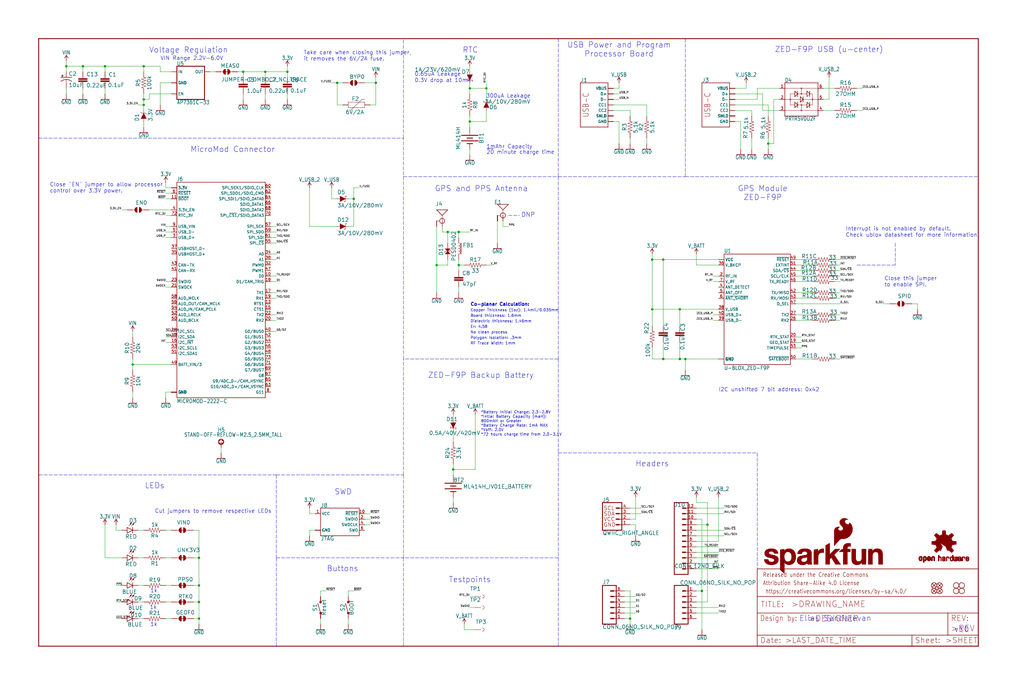
<source format=kicad_sch>
(kicad_sch (version 20211123) (generator eeschema)
  (paper "User" 470.586 317.906)
  (lib_symbols
    (symbol "schematicEagle-eagle-import:0.1UF-0603-25V-(+80{slash}-20%)"
      (property "Reference" "C" (at 1.524 2.921 0))
      (property "Value" "0.1UF-0603-25V-(+80{slash}-20%)" (at 1.524 -2.159 0))
      (symbol "0.1UF-0603-25V-(+80{slash}-20%)_1_0"
        (pin passive line (at 0 5.08 270) (length 2.54) (name "1") (number "1"))
        (pin passive line (at 0 -2.54 90) (length 2.54) (name "2") (number "2"))
      )
    )
    (symbol "schematicEagle-eagle-import:0.1UF-0603-25V-5%"
      (property "Reference" "C" (at 1.524 2.921 0))
      (property "Value" "0.1UF-0603-25V-5%" (at 1.524 -2.159 0))
      (symbol "0.1UF-0603-25V-5%_1_0"
        (pin passive line (at 0 5.08 270) (length 2.54) (name "1") (number "1"))
        (pin passive line (at 0 -2.54 90) (length 2.54) (name "2") (number "2"))
      )
    )
    (symbol "schematicEagle-eagle-import:0.22UF-0603-25V-10%"
      (property "Reference" "C" (at 1.524 2.921 0))
      (property "Value" "0.22UF-0603-25V-10%" (at 1.524 -2.159 0))
      (symbol "0.22UF-0603-25V-10%_1_0"
        (pin passive line (at 0 5.08 270) (length 2.54) (name "1") (number "1"))
        (pin passive line (at 0 -2.54 90) (length 2.54) (name "2") (number "2"))
      )
    )
    (symbol "schematicEagle-eagle-import:1.0UF-0603-16V-10%"
      (property "Reference" "C" (at 1.524 2.921 0))
      (property "Value" "1.0UF-0603-16V-10%" (at 1.524 -2.159 0))
      (symbol "1.0UF-0603-16V-10%_1_0"
        (pin passive line (at 0 5.08 270) (length 2.54) (name "1") (number "1"))
        (pin passive line (at 0 -2.54 90) (length 2.54) (name "2") (number "2"))
      )
    )
    (symbol "schematicEagle-eagle-import:100KOHM-0603-1{slash}10W-1%"
      (property "Reference" "R" (at 0 1.524 0))
      (property "Value" "100KOHM-0603-1{slash}10W-1%" (at 0 -1.524 0))
      (symbol "100KOHM-0603-1{slash}10W-1%_1_0"
        (pin passive line (at -5.08 0 0) (length 2.54) (name "1") (number "1"))
        (pin passive line (at 5.08 0 180) (length 2.54) (name "2") (number "2"))
      )
    )
    (symbol "schematicEagle-eagle-import:10KOHM-0603-1{slash}10W-1%"
      (property "Reference" "R" (at 0 1.524 0))
      (property "Value" "10KOHM-0603-1{slash}10W-1%" (at 0 -1.524 0))
      (symbol "10KOHM-0603-1{slash}10W-1%_1_0"
        (pin passive line (at -5.08 0 0) (length 2.54) (name "1") (number "1"))
        (pin passive line (at 5.08 0 180) (length 2.54) (name "2") (number "2"))
      )
    )
    (symbol "schematicEagle-eagle-import:10UF-POLAR-EIA3216-16V-10%(TANT)"
      (property "Reference" "C" (at 1.016 0.635 0))
      (property "Value" "10UF-POLAR-EIA3216-16V-10%(TANT)" (at 1.016 -4.191 0))
      (symbol "10UF-POLAR-EIA3216-16V-10%(TANT)_1_0"
        (pin passive line (at 0 2.54 270) (length 2.54) (name "+") (number "+"))
        (pin passive line (at 0 -5.08 90) (length 2.54) (name "-") (number "-"))
      )
    )
    (symbol "schematicEagle-eagle-import:1KOHM-0603-1{slash}10W-1%"
      (property "Reference" "R" (at 0 1.524 0))
      (property "Value" "1KOHM-0603-1{slash}10W-1%" (at 0 -1.524 0))
      (symbol "1KOHM-0603-1{slash}10W-1%_1_0"
        (pin passive line (at -5.08 0 0) (length 2.54) (name "1") (number "1"))
        (pin passive line (at 5.08 0 180) (length 2.54) (name "2") (number "2"))
      )
    )
    (symbol "schematicEagle-eagle-import:20KOHM-0603-1{slash}10W-1%"
      (property "Reference" "R" (at 0 1.524 0))
      (property "Value" "20KOHM-0603-1{slash}10W-1%" (at 0 -1.524 0))
      (symbol "20KOHM-0603-1{slash}10W-1%_1_0"
        (pin passive line (at -5.08 0 0) (length 2.54) (name "1") (number "1"))
        (pin passive line (at 5.08 0 180) (length 2.54) (name "2") (number "2"))
      )
    )
    (symbol "schematicEagle-eagle-import:27OHM"
      (property "Reference" "R" (at 0 1.524 0))
      (property "Value" "27OHM" (at 0 -1.524 0))
      (symbol "27OHM_1_0"
        (pin passive line (at -5.08 0 0) (length 2.54) (name "1") (number "1"))
        (pin passive line (at 5.08 0 180) (length 2.54) (name "2") (number "2"))
      )
    )
    (symbol "schematicEagle-eagle-import:3.3KOHM-0603-1{slash}10W-1%"
      (property "Reference" "R" (at 0 1.524 0))
      (property "Value" "3.3KOHM-0603-1{slash}10W-1%" (at 0 -1.524 0))
      (symbol "3.3KOHM-0603-1{slash}10W-1%_1_0"
        (pin passive line (at -5.08 0 0) (length 2.54) (name "1") (number "1"))
        (pin passive line (at 5.08 0 180) (length 2.54) (name "2") (number "2"))
      )
    )
    (symbol "schematicEagle-eagle-import:3.3V" (power)
      (property "Value" "3.3V" (at 0 2.794 0))
      (symbol "3.3V_1_0"
        (pin power_in line (at 0 0 90) (length 2.54) (name "3.3V") (number "1"))
      )
    )
    (symbol "schematicEagle-eagle-import:33OHM-0603-1{slash}10W-1%"
      (property "Reference" "R" (at 0 1.524 0))
      (property "Value" "33OHM-0603-1{slash}10W-1%" (at 0 -1.524 0))
      (symbol "33OHM-0603-1{slash}10W-1%_1_0"
        (pin passive line (at -5.08 0 0) (length 2.54) (name "1") (number "1"))
        (pin passive line (at 5.08 0 180) (length 2.54) (name "2") (number "2"))
      )
    )
    (symbol "schematicEagle-eagle-import:33OHM_RA-1206-1{slash}16W-5%"
      (property "Reference" "R" (at 0 1.524 0))
      (property "Value" "33OHM_RA-1206-1{slash}16W-5%" (at 0 -1.524 0))
      (symbol "33OHM_RA-1206-1{slash}16W-5%_1_0"
        (pin passive line (at -5.08 0 0) (length 2.54) (name "1") (number "P1"))
        (pin passive line (at 5.08 0 180) (length 2.54) (name "2") (number "P8"))
      )
      (symbol "33OHM_RA-1206-1{slash}16W-5%_2_0"
        (pin passive line (at -5.08 0 0) (length 2.54) (name "1") (number "P2"))
        (pin passive line (at 5.08 0 180) (length 2.54) (name "2") (number "P7"))
      )
      (symbol "33OHM_RA-1206-1{slash}16W-5%_3_0"
        (pin passive line (at -5.08 0 0) (length 2.54) (name "1") (number "P3"))
        (pin passive line (at 5.08 0 180) (length 2.54) (name "2") (number "P6"))
      )
      (symbol "33OHM_RA-1206-1{slash}16W-5%_4_0"
        (pin passive line (at -5.08 0 0) (length 2.54) (name "1") (number "P4"))
        (pin passive line (at 5.08 0 180) (length 2.54) (name "2") (number "P5"))
      )
    )
    (symbol "schematicEagle-eagle-import:47PF-0603-50V-5%"
      (property "Reference" "C" (at 1.524 2.921 0))
      (property "Value" "47PF-0603-50V-5%" (at 1.524 -2.159 0))
      (symbol "47PF-0603-50V-5%_1_0"
        (pin passive line (at 0 5.08 270) (length 2.54) (name "1") (number "1"))
        (pin passive line (at 0 -2.54 90) (length 2.54) (name "2") (number "2"))
      )
    )
    (symbol "schematicEagle-eagle-import:5.1KOHM5.1KOHM-0603-1{slash}10W-1%"
      (property "Reference" "R" (at 0 1.524 0))
      (property "Value" "5.1KOHM5.1KOHM-0603-1{slash}10W-1%" (at 0 -1.524 0))
      (symbol "5.1KOHM5.1KOHM-0603-1{slash}10W-1%_1_0"
        (pin passive line (at -5.08 0 0) (length 2.54) (name "1") (number "1"))
        (pin passive line (at 5.08 0 180) (length 2.54) (name "2") (number "2"))
      )
    )
    (symbol "schematicEagle-eagle-import:ANTENNA-SMA-GROUNDEDEDGE_SMA"
      (property "Reference" "E" (at 3.048 0 0))
      (property "Value" "ANTENNA-SMA-GROUNDEDEDGE_SMA" (at 3.048 -2.286 0))
      (symbol "ANTENNA-SMA-GROUNDEDEDGE_SMA_1_0"
        (pin bidirectional line (at 2.54 -2.54 90) (length 2.54) (name "GND") (number "GND@0"))
        (pin bidirectional line (at 2.54 -2.54 90) (length 2.54) (name "GND") (number "GND@1"))
        (pin bidirectional line (at 2.54 -2.54 90) (length 2.54) (name "GND") (number "GND@2"))
        (pin bidirectional line (at 2.54 -2.54 90) (length 2.54) (name "GND") (number "GND@3"))
        (pin bidirectional line (at 0 -2.54 90) (length 2.54) (name "SIGNAL") (number "SIG"))
      )
    )
    (symbol "schematicEagle-eagle-import:AP7361C-33FGEUDFN-8"
      (property "Reference" "U" (at -7.62 7.874 0))
      (property "Value" "AP7361C-33FGEUDFN-8" (at -7.62 -7.874 0))
      (symbol "AP7361C-33FGEUDFN-8_1_0"
        (pin output line (at 7.62 5.08 180) (length 2.54) (name "OUT") (number "1"))
        (pin input line (at -10.16 0 0) (length 2.54) (name "GND") (number "4"))
        (pin bidirectional line (at -10.16 -5.08 0) (length 2.54) (name "EN") (number "5"))
        (pin input line (at -10.16 5.08 0) (length 2.54) (name "IN") (number "8"))
        (pin input line (at -10.16 0 0) (length 2.54) (name "GND") (number "EP"))
      )
    )
    (symbol "schematicEagle-eagle-import:CONN_06NO_SILK_NO_POP"
      (property "Reference" "J" (at -5.08 10.668 0))
      (property "Value" "CONN_06NO_SILK_NO_POP" (at -5.08 -9.906 0))
      (symbol "CONN_06NO_SILK_NO_POP_1_0"
        (pin passive line (at 5.08 -5.08 180) (length 5.08) (name "1") (number "1"))
        (pin passive line (at 5.08 -2.54 180) (length 5.08) (name "2") (number "2"))
        (pin passive line (at 5.08 0 180) (length 5.08) (name "3") (number "3"))
        (pin passive line (at 5.08 2.54 180) (length 5.08) (name "4") (number "4"))
        (pin passive line (at 5.08 5.08 180) (length 5.08) (name "5") (number "5"))
        (pin passive line (at 5.08 7.62 180) (length 5.08) (name "6") (number "6"))
      )
    )
    (symbol "schematicEagle-eagle-import:CONN_12NO_SILK"
      (property "Reference" "J" (at 0 15.748 0))
      (property "Value" "CONN_12NO_SILK" (at 0 -20.066 0))
      (symbol "CONN_12NO_SILK_1_0"
        (pin passive line (at 10.16 -15.24 180) (length 5.08) (name "1") (number "1"))
        (pin passive line (at 10.16 7.62 180) (length 5.08) (name "10") (number "10"))
        (pin passive line (at 10.16 10.16 180) (length 5.08) (name "11") (number "11"))
        (pin passive line (at 10.16 12.7 180) (length 5.08) (name "12") (number "12"))
        (pin passive line (at 10.16 -12.7 180) (length 5.08) (name "2") (number "2"))
        (pin passive line (at 10.16 -10.16 180) (length 5.08) (name "3") (number "3"))
        (pin passive line (at 10.16 -7.62 180) (length 5.08) (name "4") (number "4"))
        (pin passive line (at 10.16 -5.08 180) (length 5.08) (name "5") (number "5"))
        (pin passive line (at 10.16 -2.54 180) (length 5.08) (name "6") (number "6"))
        (pin passive line (at 10.16 0 180) (length 5.08) (name "7") (number "7"))
        (pin passive line (at 10.16 2.54 180) (length 5.08) (name "8") (number "8"))
        (pin passive line (at 10.16 5.08 180) (length 5.08) (name "9") (number "9"))
      )
    )
    (symbol "schematicEagle-eagle-import:CORTEX_JTAG_DEBUG_MINIMUM_PTH"
      (property "Reference" "J" (at -10.16 7.874 0))
      (property "Value" "CORTEX_JTAG_DEBUG_MINIMUM_PTH" (at -10.16 -7.366 0))
      (symbol "CORTEX_JTAG_DEBUG_MINIMUM_PTH_1_0"
        (pin bidirectional line (at -12.7 5.08 0) (length 2.54) (name "VCC") (number "1"))
        (pin bidirectional line (at 10.16 5.08 180) (length 2.54) (name "~{RESET}") (number "10"))
        (pin bidirectional line (at 10.16 2.54 180) (length 2.54) (name "SWDIO") (number "2"))
        (pin bidirectional line (at -12.7 -2.54 0) (length 2.54) (name "GND") (number "3"))
        (pin bidirectional line (at 10.16 0 180) (length 2.54) (name "SWDCLK") (number "4"))
        (pin bidirectional line (at -12.7 -2.54 0) (length 2.54) (name "GND") (number "5"))
        (pin bidirectional line (at 10.16 -2.54 180) (length 2.54) (name "SWO") (number "6"))
        (pin bidirectional line (at -12.7 -2.54 0) (length 2.54) (name "GND") (number "9"))
      )
    )
    (symbol "schematicEagle-eagle-import:DIODE-SCHOTTKY-BAT20J"
      (property "Reference" "D" (at -2.54 2.032 0))
      (property "Value" "DIODE-SCHOTTKY-BAT20J" (at -2.54 -2.032 0))
      (symbol "DIODE-SCHOTTKY-BAT20J_1_0"
        (pin passive line (at -2.54 0 0) (length 0) (name "A") (number "A"))
        (pin passive line (at 2.54 0 180) (length 0) (name "C") (number "C"))
      )
    )
    (symbol "schematicEagle-eagle-import:DIODE-SCHOTTKY-BAT60A"
      (property "Reference" "D" (at -2.54 2.032 0))
      (property "Value" "DIODE-SCHOTTKY-BAT60A" (at -2.54 -2.032 0))
      (symbol "DIODE-SCHOTTKY-BAT60A_1_0"
        (pin passive line (at -2.54 0 0) (length 0) (name "A") (number "A"))
        (pin passive line (at 2.54 0 180) (length 0) (name "C") (number "C"))
      )
    )
    (symbol "schematicEagle-eagle-import:DIODE-SCHOTTKY-PMEG4005EJ"
      (property "Reference" "D" (at -2.54 2.032 0))
      (property "Value" "DIODE-SCHOTTKY-PMEG4005EJ" (at -2.54 -2.032 0))
      (symbol "DIODE-SCHOTTKY-PMEG4005EJ_1_0"
        (pin passive line (at -2.54 0 0) (length 0) (name "A") (number "A"))
        (pin passive line (at 2.54 0 180) (length 0) (name "C") (number "C"))
      )
    )
    (symbol "schematicEagle-eagle-import:DIODE-ZENER-MM3Z3V3T1G"
      (property "Reference" "D" (at -2.54 2.032 0))
      (property "Value" "DIODE-ZENER-MM3Z3V3T1G" (at -2.54 -2.032 0))
      (symbol "DIODE-ZENER-MM3Z3V3T1G_1_0"
        (pin passive line (at -2.54 0 0) (length 0) (name "A") (number "A"))
        (pin passive line (at 2.54 0 180) (length 0) (name "C") (number "C"))
      )
    )
    (symbol "schematicEagle-eagle-import:FERRITE_BEAD-120_OHM-0402T"
      (property "Reference" "FB" (at 1.27 2.54 0))
      (property "Value" "FERRITE_BEAD-120_OHM-0402T" (at 1.27 -2.54 0))
      (symbol "FERRITE_BEAD-120_OHM-0402T_1_0"
        (pin passive line (at 0 5.08 270) (length 2.54) (name "1") (number "1"))
        (pin passive line (at 0 -5.08 90) (length 2.54) (name "2") (number "2"))
      )
    )
    (symbol "schematicEagle-eagle-import:FIDUCIALUFIDUCIAL")
    (symbol "schematicEagle-eagle-import:FRAME-LEDGER"
      (symbol "FRAME-LEDGER_2_0"
        (text " https://creativecommons.org/licenses/by-sa/4.0/" (at 2.54 24.13 0) (effects (font (size 1.9304 1.6408)) (justify left bottom)))
        (text ">DESIGNER" (at 23.114 11.176 0) (effects (font (size 2.7432 2.7432)) (justify left bottom)))
        (text ">DRAWING_NAME" (at 15.494 17.78 0) (effects (font (size 2.7432 2.7432)) (justify left bottom)))
        (text ">LAST_DATE_TIME" (at 12.7 1.27 0) (effects (font (size 2.54 2.54)) (justify left bottom)))
        (text ">REV" (at 88.9 6.604 0) (effects (font (size 2.7432 2.7432)) (justify left bottom)))
        (text ">SHEET" (at 86.36 1.27 0) (effects (font (size 2.54 2.54)) (justify left bottom)))
        (text "Attribution Share-Alike 4.0 License" (at 2.54 27.94 0) (effects (font (size 1.9304 1.6408)) (justify left bottom)))
        (text "Date:" (at 1.27 1.27 0) (effects (font (size 2.54 2.54)) (justify left bottom)))
        (text "Design by:" (at 1.27 11.43 0) (effects (font (size 2.54 2.159)) (justify left bottom)))
        (text "Released under the Creative Commons" (at 2.54 31.75 0) (effects (font (size 1.9304 1.6408)) (justify left bottom)))
        (text "REV:" (at 88.9 11.43 0) (effects (font (size 2.54 2.54)) (justify left bottom)))
        (text "Sheet:" (at 72.39 1.27 0) (effects (font (size 2.54 2.54)) (justify left bottom)))
        (text "TITLE:" (at 1.524 17.78 0) (effects (font (size 2.54 2.54)) (justify left bottom)))
      )
    )
    (symbol "schematicEagle-eagle-import:GND" (power)
      (property "Value" "GND" (at 0 -0.254 0))
      (symbol "GND_1_0"
        (pin power_in line (at 0 2.54 270) (length 2.54) (name "GND") (number "1"))
      )
    )
    (symbol "schematicEagle-eagle-import:JUMPER-COMBO_2_NC_TRACE"
      (property "Reference" "JP" (at -2.54 2.54 0))
      (property "Value" "JUMPER-COMBO_2_NC_TRACE" (at -2.54 -2.54 0))
      (symbol "JUMPER-COMBO_2_NC_TRACE_1_0"
        (pin passive line (at -5.08 0 0) (length 2.54) (name "1") (number "1"))
        (pin passive line (at 5.08 0 180) (length 2.54) (name "2") (number "2"))
        (pin passive line (at -5.08 0 0) (length 2.54) (name "1") (number "3"))
        (pin passive line (at 5.08 0 180) (length 2.54) (name "2") (number "4"))
      )
    )
    (symbol "schematicEagle-eagle-import:JUMPER-SMT_2_NC_TRACE_SILK"
      (property "Reference" "JP" (at -2.54 2.54 0))
      (property "Value" "JUMPER-SMT_2_NC_TRACE_SILK" (at -2.54 -2.54 0))
      (symbol "JUMPER-SMT_2_NC_TRACE_SILK_1_0"
        (pin passive line (at -5.08 0 0) (length 2.54) (name "1") (number "1"))
        (pin passive line (at 5.08 0 180) (length 2.54) (name "2") (number "2"))
      )
    )
    (symbol "schematicEagle-eagle-import:JUMPER-SMT_2_NO_SILK"
      (property "Reference" "JP" (at -2.54 2.54 0))
      (property "Value" "JUMPER-SMT_2_NO_SILK" (at -2.54 -2.54 0))
      (symbol "JUMPER-SMT_2_NO_SILK_1_0"
        (pin passive line (at -5.08 0 0) (length 2.54) (name "1") (number "1"))
        (pin passive line (at 5.08 0 180) (length 2.54) (name "2") (number "2"))
      )
    )
    (symbol "schematicEagle-eagle-import:LED-BLUE0603"
      (property "Reference" "D" (at -3.429 -4.572 90))
      (property "Value" "LED-BLUE0603" (at 1.905 -4.572 90))
      (symbol "LED-BLUE0603_1_0"
        (pin passive line (at 0 2.54 270) (length 2.54) (name "A") (number "A"))
        (pin passive line (at 0 -5.08 90) (length 2.54) (name "C") (number "C"))
      )
    )
    (symbol "schematicEagle-eagle-import:LED-RED0603"
      (property "Reference" "D" (at -3.429 -4.572 90))
      (property "Value" "LED-RED0603" (at 1.905 -4.572 90))
      (symbol "LED-RED0603_1_0"
        (pin passive line (at 0 2.54 270) (length 2.54) (name "A") (number "A"))
        (pin passive line (at 0 -5.08 90) (length 2.54) (name "C") (number "C"))
      )
    )
    (symbol "schematicEagle-eagle-import:MICROMOD-2222-C"
      (property "Reference" "J" (at -20.32 53.848 0))
      (property "Value" "MICROMOD-2222-C" (at -20.32 -48.26 0))
      (symbol "MICROMOD-2222-C_1_0"
        (pin bidirectional line (at -22.86 -43.18 0) (length 2.54) (name "GND") (number "1"))
        (pin bidirectional line (at 22.86 10.16 180) (length 2.54) (name "D0") (number "10"))
        (pin bidirectional line (at -22.86 45.72 0) (length 2.54) (name "~{BOOT}") (number "11"))
        (pin bidirectional line (at -22.86 -17.78 0) (length 2.54) (name "I2C_SDA") (number "12"))
        (pin bidirectional line (at 22.86 -2.54 180) (length 2.54) (name "RTS1") (number "13"))
        (pin bidirectional line (at -22.86 -15.24 0) (length 2.54) (name "I2C_SCL") (number "14"))
        (pin bidirectional line (at 22.86 -5.08 180) (length 2.54) (name "CTS1") (number "15"))
        (pin bidirectional line (at -22.86 -20.32 0) (length 2.54) (name "I2C_~{INT}") (number "16"))
        (pin bidirectional line (at 22.86 2.54 180) (length 2.54) (name "TX1") (number "17"))
        (pin bidirectional line (at 22.86 7.62 180) (length 2.54) (name "D1/CAM_TRIG") (number "18"))
        (pin bidirectional line (at 22.86 0 180) (length 2.54) (name "RX1") (number "19"))
        (pin bidirectional line (at -22.86 50.8 0) (length 2.54) (name "3.3V") (number "2"))
        (pin bidirectional line (at 22.86 -10.16 180) (length 2.54) (name "RX2") (number "20"))
        (pin bidirectional line (at -22.86 5.08 0) (length 2.54) (name "SWDCK") (number "21"))
        (pin bidirectional line (at 22.86 -7.62 180) (length 2.54) (name "TX2") (number "22"))
        (pin bidirectional line (at -22.86 7.62 0) (length 2.54) (name "SWDIO") (number "23"))
        (pin bidirectional line (at -22.86 27.94 0) (length 2.54) (name "USB_D+") (number "3"))
        (pin bidirectional line (at 22.86 15.24 180) (length 2.54) (name "PWM0") (number "32"))
        (pin bidirectional line (at -22.86 -43.18 0) (length 2.54) (name "GND") (number "33"))
        (pin bidirectional line (at 22.86 20.32 180) (length 2.54) (name "A0") (number "34"))
        (pin bidirectional line (at -22.86 20.32 0) (length 2.54) (name "USBHOST_D+") (number "35"))
        (pin bidirectional line (at -22.86 -43.18 0) (length 2.54) (name "GND") (number "36"))
        (pin bidirectional line (at -22.86 22.86 0) (length 2.54) (name "USBHOST_D-") (number "37"))
        (pin bidirectional line (at 22.86 17.78 180) (length 2.54) (name "A1") (number "38"))
        (pin bidirectional line (at -22.86 -43.18 0) (length 2.54) (name "GND") (number "39"))
        (pin bidirectional line (at -22.86 40.64 0) (length 2.54) (name "3.3V_EN") (number "4"))
        (pin bidirectional line (at 22.86 -15.24 180) (length 2.54) (name "G0/BUS0") (number "40"))
        (pin bidirectional line (at -22.86 12.7 0) (length 2.54) (name "CAN-RX") (number "41"))
        (pin bidirectional line (at 22.86 -17.78 180) (length 2.54) (name "G1/BUS1") (number "42"))
        (pin bidirectional line (at -22.86 15.24 0) (length 2.54) (name "CAN-TX") (number "43"))
        (pin bidirectional line (at 22.86 -20.32 180) (length 2.54) (name "G2/BUS2") (number "44"))
        (pin bidirectional line (at -22.86 -43.18 0) (length 2.54) (name "GND") (number "45"))
        (pin bidirectional line (at 22.86 -22.86 180) (length 2.54) (name "G3/BUS3") (number "46"))
        (pin bidirectional line (at 22.86 12.7 180) (length 2.54) (name "PWM1") (number "47"))
        (pin bidirectional line (at 22.86 -25.4 180) (length 2.54) (name "G4/BUS4") (number "48"))
        (pin bidirectional line (at -22.86 -30.48 0) (length 2.54) (name "BATT_VIN/3") (number "49"))
        (pin bidirectional line (at -22.86 30.48 0) (length 2.54) (name "USB_D-") (number "5"))
        (pin bidirectional line (at -22.86 -10.16 0) (length 2.54) (name "AUD_BCLK") (number "50"))
        (pin bidirectional line (at -22.86 -25.4 0) (length 2.54) (name "I2C_SDA1") (number "51"))
        (pin bidirectional line (at -22.86 -7.62 0) (length 2.54) (name "AUD_LRCLK") (number "52"))
        (pin bidirectional line (at -22.86 -22.86 0) (length 2.54) (name "I2C_SCL1") (number "53"))
        (pin bidirectional line (at -22.86 -5.08 0) (length 2.54) (name "AUD_IN/CAM_PCLK") (number "54"))
        (pin bidirectional line (at 22.86 25.4 180) (length 2.54) (name "SPI_~{CS}") (number "55"))
        (pin bidirectional line (at -22.86 -2.54 0) (length 2.54) (name "AUD_OUT/CAM_MCLK") (number "56"))
        (pin bidirectional line (at 22.86 33.02 180) (length 2.54) (name "SPI_SCK") (number "57"))
        (pin bidirectional line (at -22.86 0 0) (length 2.54) (name "AUD_MCLK") (number "58"))
        (pin bidirectional line (at 22.86 30.48 180) (length 2.54) (name "SPI_SDO") (number "59"))
        (pin bidirectional line (at -22.86 48.26 0) (length 2.54) (name "~{RESET}") (number "6"))
        (pin bidirectional line (at 22.86 50.8 180) (length 2.54) (name "SPI_SCK1/SDIO_CLK") (number "60"))
        (pin bidirectional line (at 22.86 27.94 180) (length 2.54) (name "SPI_SDI") (number "61"))
        (pin bidirectional line (at 22.86 48.26 180) (length 2.54) (name "SPI_SDO1/SDIO_CMD") (number "62"))
        (pin bidirectional line (at 22.86 -40.64 180) (length 2.54) (name "G10/ADC_D+/CAM_VSYNC") (number "63"))
        (pin bidirectional line (at 22.86 45.72 180) (length 2.54) (name "SPI_SDI1/SDIO_DATA0") (number "64"))
        (pin bidirectional line (at 22.86 -38.1 180) (length 2.54) (name "G9/ADC_D-/CAM_HSYNC") (number "65"))
        (pin bidirectional line (at 22.86 43.18 180) (length 2.54) (name "SDIO_DATA1") (number "66"))
        (pin bidirectional line (at 22.86 -35.56 180) (length 2.54) (name "G8") (number "67"))
        (pin bidirectional line (at 22.86 40.64 180) (length 2.54) (name "SDIO_DATA2") (number "68"))
        (pin bidirectional line (at 22.86 -33.02 180) (length 2.54) (name "G7/BUS7") (number "69"))
        (pin bidirectional line (at -22.86 -43.18 0) (length 2.54) (name "GND") (number "7"))
        (pin bidirectional line (at 22.86 38.1 180) (length 2.54) (name "SPI_~{CS1}/SDIO_DATA3") (number "70"))
        (pin bidirectional line (at 22.86 -30.48 180) (length 2.54) (name "G6/BUS6") (number "71"))
        (pin bidirectional line (at -22.86 38.1 0) (length 2.54) (name "RTC_3V") (number "72"))
        (pin bidirectional line (at 22.86 -27.94 180) (length 2.54) (name "G5/BUS5") (number "73"))
        (pin bidirectional line (at -22.86 50.8 0) (length 2.54) (name "3.3V") (number "74"))
        (pin bidirectional line (at -22.86 -43.18 0) (length 2.54) (name "GND") (number "75"))
        (pin bidirectional line (at 22.86 -43.18 180) (length 2.54) (name "G11") (number "8"))
        (pin bidirectional line (at -22.86 33.02 0) (length 2.54) (name "USB_VIN") (number "9"))
      )
    )
    (symbol "schematicEagle-eagle-import:ML414H_IV01E_BATTERY"
      (property "Reference" "BT" (at 0 4.318 0))
      (property "Value" "ML414H_IV01E_BATTERY" (at 0 -4.318 0))
      (symbol "ML414H_IV01E_BATTERY_1_0"
        (pin power_in line (at -5.08 0 0) (length 2.54) (name "+") (number "+"))
        (pin power_in line (at 5.08 0 180) (length 2.54) (name "-") (number "-"))
      )
    )
    (symbol "schematicEagle-eagle-import:MOMENTARY-SWITCH-SPST-SMD-5.2-TALL-REDUNDANT"
      (property "Reference" "S" (at 0 1.524 0))
      (property "Value" "MOMENTARY-SWITCH-SPST-SMD-5.2-TALL-REDUNDANT" (at 0 -0.508 0))
      (symbol "MOMENTARY-SWITCH-SPST-SMD-5.2-TALL-REDUNDANT_1_0"
        (pin passive line (at -5.08 0 0) (length 2.54) (name "1") (number "1"))
        (pin passive line (at -5.08 0 0) (length 2.54) (name "1") (number "2"))
        (pin passive line (at 5.08 0 180) (length 2.54) (name "2") (number "3"))
        (pin passive line (at 5.08 0 180) (length 2.54) (name "2") (number "4"))
      )
    )
    (symbol "schematicEagle-eagle-import:OSHW-LOGOMINI")
    (symbol "schematicEagle-eagle-import:PESD0402"
      (property "Reference" "D" (at -2.54 2.794 0))
      (property "Value" "PESD0402" (at -2.54 -2.794 0))
      (symbol "PESD0402_1_0"
        (pin bidirectional line (at -2.54 0 0) (length 2.54) (name "1") (number "1"))
        (pin bidirectional line (at 5.08 0 180) (length 2.54) (name "2") (number "2"))
      )
    )
    (symbol "schematicEagle-eagle-import:PPTC_6V2A"
      (property "Reference" "F" (at 1.905 3.175 0))
      (property "Value" "PPTC_6V2A" (at 1.27 -2.794 0))
      (symbol "PPTC_6V2A_1_0"
        (pin bidirectional line (at -5.08 0 0) (length 2.54) (name "1") (number "1"))
        (pin bidirectional line (at 7.62 0 180) (length 2.54) (name "2") (number "2"))
      )
    )
    (symbol "schematicEagle-eagle-import:PRTR5V0U2F"
      (property "Reference" "D" (at -7.62 7.874 0))
      (property "Value" "PRTR5V0U2F" (at -7.62 -7.874 0))
      (symbol "PRTR5V0U2F_1_0"
        (pin bidirectional line (at -10.16 5.08 0) (length 2.54) (name "1") (number "1"))
        (pin power_in line (at -10.16 0 0) (length 2.54) (name "2") (number "2"))
        (pin bidirectional line (at -10.16 -5.08 0) (length 2.54) (name "3") (number "3"))
        (pin bidirectional line (at 10.16 -5.08 180) (length 2.54) (name "4") (number "4"))
        (pin power_in line (at 10.16 0 180) (length 2.54) (name "5") (number "5"))
        (pin bidirectional line (at 10.16 5.08 180) (length 2.54) (name "6") (number "6"))
      )
    )
    (symbol "schematicEagle-eagle-import:QWIIC_CONNECTORJS-1MM"
      (property "Reference" "J" (at -5.08 7.874 0))
      (property "Value" "QWIIC_CONNECTORJS-1MM" (at -5.08 -5.334 0))
      (symbol "QWIIC_CONNECTORJS-1MM_1_0"
        (text "GND" (at -4.572 -2.54 0) (effects (font (size 1.778 1.778)) (justify left)))
        (text "SCL" (at -4.572 5.08 0) (effects (font (size 1.778 1.778)) (justify left)))
        (text "SDA" (at -4.572 2.54 0) (effects (font (size 1.778 1.778)) (justify left)))
        (text "VCC" (at -4.572 0 0) (effects (font (size 1.778 1.778)) (justify left)))
        (pin power_in line (at 7.62 -2.54 180) (length 5.08) (name "1") (number "1"))
        (pin power_in line (at 7.62 0 180) (length 5.08) (name "2") (number "2"))
        (pin passive line (at 7.62 2.54 180) (length 5.08) (name "3") (number "3"))
        (pin passive line (at 7.62 5.08 180) (length 5.08) (name "4") (number "4"))
      )
    )
    (symbol "schematicEagle-eagle-import:SFE_LOGO_NAME_FLAME.3_INCH")
    (symbol "schematicEagle-eagle-import:STAND-OFF-REFLOW-M2.5_2.5MM_TALL"
      (property "Reference" "H" (at -2.54 2.54 0))
      (property "Value" "STAND-OFF-REFLOW-M2.5_2.5MM_TALL" (at 2.54 0 0))
      (symbol "STAND-OFF-REFLOW-M2.5_2.5MM_TALL_1_0"
        (pin bidirectional line (at 0 -2.54 90) (length 2.54) (name "1") (number "1"))
      )
    )
    (symbol "schematicEagle-eagle-import:STAND-OFFTIGHT")
    (symbol "schematicEagle-eagle-import:TEST-POINT3X5"
      (property "Reference" "TP" (at -2.54 2.54 0))
      (property "Value" "TEST-POINT3X5" (at -2.54 -2.54 0))
      (symbol "TEST-POINT3X5_1_0"
        (pin bidirectional line (at 0 0 180) (length 0) (name "1") (number "1"))
      )
    )
    (symbol "schematicEagle-eagle-import:U-BLOX_ZED-F9P"
      (property "Reference" "U" (at -15.24 25.908 0))
      (property "Value" "U-BLOX_ZED-F9P" (at -15.24 -27.94 0))
      (symbol "U-BLOX_ZED-F9P_1_0"
        (pin bidirectional line (at -17.78 -22.86 0) (length 2.54) (name "GND") (number "1"))
        (pin bidirectional line (at -17.78 -22.86 0) (length 2.54) (name "GND") (number "100"))
        (pin bidirectional line (at -17.78 -22.86 0) (length 2.54) (name "GND") (number "101"))
        (pin bidirectional line (at -17.78 -22.86 0) (length 2.54) (name "GND") (number "102"))
        (pin bidirectional line (at -17.78 -22.86 0) (length 2.54) (name "GND") (number "12"))
        (pin bidirectional line (at -17.78 -22.86 0) (length 2.54) (name "GND") (number "14"))
        (pin bidirectional line (at 17.78 -15.24 180) (length 2.54) (name "GEO_STAT") (number "19"))
        (pin bidirectional line (at -17.78 15.24 0) (length 2.54) (name "RF_IN") (number "2"))
        (pin bidirectional line (at 17.78 -12.7 180) (length 2.54) (name "RTK_STAT") (number "20"))
        (pin bidirectional line (at 17.78 -5.08 180) (length 2.54) (name "RX2") (number "26"))
        (pin bidirectional line (at 17.78 -2.54 180) (length 2.54) (name "TX2") (number "27"))
        (pin bidirectional line (at -17.78 -22.86 0) (length 2.54) (name "GND") (number "3"))
        (pin bidirectional line (at -17.78 -22.86 0) (length 2.54) (name "GND") (number "32"))
        (pin bidirectional line (at -17.78 22.86 0) (length 2.54) (name "VCC") (number "33"))
        (pin bidirectional line (at -17.78 22.86 0) (length 2.54) (name "VCC") (number "34"))
        (pin bidirectional line (at -17.78 20.32 0) (length 2.54) (name "V_BKCP") (number "36"))
        (pin bidirectional line (at -17.78 -22.86 0) (length 2.54) (name "GND") (number "37"))
        (pin bidirectional line (at -17.78 0 0) (length 2.54) (name "V_USB") (number "38"))
        (pin bidirectional line (at -17.78 -5.08 0) (length 2.54) (name "USB_D-") (number "39"))
        (pin bidirectional line (at -17.78 10.16 0) (length 2.54) (name "ANT_DETECT") (number "4"))
        (pin bidirectional line (at -17.78 -2.54 0) (length 2.54) (name "USB_D+") (number "40"))
        (pin bidirectional line (at -17.78 -22.86 0) (length 2.54) (name "GND") (number "41"))
        (pin bidirectional line (at 17.78 7.62 180) (length 2.54) (name "TX/MISO") (number "42"))
        (pin bidirectional line (at 17.78 5.08 180) (length 2.54) (name "RX/MOSI") (number "43"))
        (pin bidirectional line (at 17.78 17.78 180) (length 2.54) (name "SDA/~{CS}") (number "44"))
        (pin bidirectional line (at 17.78 15.24 180) (length 2.54) (name "SCL/CLK") (number "45"))
        (pin bidirectional line (at 17.78 12.7 180) (length 2.54) (name "TX_READY") (number "46"))
        (pin bidirectional line (at 17.78 2.54 180) (length 2.54) (name "D_SEL") (number "47"))
        (pin bidirectional line (at -17.78 -22.86 0) (length 2.54) (name "GND") (number "48"))
        (pin bidirectional line (at 17.78 22.86 180) (length 2.54) (name "~{RESET}") (number "49"))
        (pin bidirectional line (at -17.78 7.62 0) (length 2.54) (name "ANT_OFF") (number "5"))
        (pin bidirectional line (at 17.78 -22.86 180) (length 2.54) (name "~{SAFEBOOT}") (number "50"))
        (pin bidirectional line (at 17.78 20.32 180) (length 2.54) (name "EXTINT") (number "51"))
        (pin bidirectional line (at 17.78 -17.78 180) (length 2.54) (name "TIMEPULSE") (number "53"))
        (pin bidirectional line (at -17.78 -22.86 0) (length 2.54) (name "GND") (number "55"))
        (pin bidirectional line (at -17.78 -22.86 0) (length 2.54) (name "GND") (number "56"))
        (pin bidirectional line (at -17.78 -22.86 0) (length 2.54) (name "GND") (number "57"))
        (pin bidirectional line (at -17.78 -22.86 0) (length 2.54) (name "GND") (number "58"))
        (pin bidirectional line (at -17.78 -22.86 0) (length 2.54) (name "GND") (number "59"))
        (pin bidirectional line (at -17.78 5.08 0) (length 2.54) (name "~{ANT_SHORT}") (number "6"))
        (pin bidirectional line (at -17.78 -22.86 0) (length 2.54) (name "GND") (number "60"))
        (pin bidirectional line (at -17.78 -22.86 0) (length 2.54) (name "GND") (number "61"))
        (pin bidirectional line (at -17.78 -22.86 0) (length 2.54) (name "GND") (number "62"))
        (pin bidirectional line (at -17.78 -22.86 0) (length 2.54) (name "GND") (number "63"))
        (pin bidirectional line (at -17.78 -22.86 0) (length 2.54) (name "GND") (number "64"))
        (pin bidirectional line (at -17.78 -22.86 0) (length 2.54) (name "GND") (number "65"))
        (pin bidirectional line (at -17.78 -22.86 0) (length 2.54) (name "GND") (number "66"))
        (pin bidirectional line (at -17.78 -22.86 0) (length 2.54) (name "GND") (number "67"))
        (pin bidirectional line (at -17.78 -22.86 0) (length 2.54) (name "GND") (number "68"))
        (pin bidirectional line (at -17.78 -22.86 0) (length 2.54) (name "GND") (number "69"))
        (pin bidirectional line (at -17.78 12.7 0) (length 2.54) (name "V_RF") (number "7"))
        (pin bidirectional line (at -17.78 -22.86 0) (length 2.54) (name "GND") (number "70"))
        (pin bidirectional line (at -17.78 -22.86 0) (length 2.54) (name "GND") (number "71"))
        (pin bidirectional line (at -17.78 -22.86 0) (length 2.54) (name "GND") (number "72"))
        (pin bidirectional line (at -17.78 -22.86 0) (length 2.54) (name "GND") (number "73"))
        (pin bidirectional line (at -17.78 -22.86 0) (length 2.54) (name "GND") (number "74"))
        (pin bidirectional line (at -17.78 -22.86 0) (length 2.54) (name "GND") (number "75"))
        (pin bidirectional line (at -17.78 -22.86 0) (length 2.54) (name "GND") (number "76"))
        (pin bidirectional line (at -17.78 -22.86 0) (length 2.54) (name "GND") (number "77"))
        (pin bidirectional line (at -17.78 -22.86 0) (length 2.54) (name "GND") (number "78"))
        (pin bidirectional line (at -17.78 -22.86 0) (length 2.54) (name "GND") (number "79"))
        (pin bidirectional line (at -17.78 -22.86 0) (length 2.54) (name "GND") (number "80"))
        (pin bidirectional line (at -17.78 -22.86 0) (length 2.54) (name "GND") (number "81"))
        (pin bidirectional line (at -17.78 -22.86 0) (length 2.54) (name "GND") (number "82"))
        (pin bidirectional line (at -17.78 -22.86 0) (length 2.54) (name "GND") (number "83"))
        (pin bidirectional line (at -17.78 -22.86 0) (length 2.54) (name "GND") (number "84"))
        (pin bidirectional line (at -17.78 -22.86 0) (length 2.54) (name "GND") (number "85"))
        (pin bidirectional line (at -17.78 -22.86 0) (length 2.54) (name "GND") (number "86"))
        (pin bidirectional line (at -17.78 -22.86 0) (length 2.54) (name "GND") (number "87"))
        (pin bidirectional line (at -17.78 -22.86 0) (length 2.54) (name "GND") (number "88"))
        (pin bidirectional line (at -17.78 -22.86 0) (length 2.54) (name "GND") (number "89"))
        (pin bidirectional line (at -17.78 -22.86 0) (length 2.54) (name "GND") (number "90"))
        (pin bidirectional line (at -17.78 -22.86 0) (length 2.54) (name "GND") (number "91"))
        (pin bidirectional line (at -17.78 -22.86 0) (length 2.54) (name "GND") (number "92"))
        (pin bidirectional line (at -17.78 -22.86 0) (length 2.54) (name "GND") (number "93"))
        (pin bidirectional line (at -17.78 -22.86 0) (length 2.54) (name "GND") (number "94"))
        (pin bidirectional line (at -17.78 -22.86 0) (length 2.54) (name "GND") (number "95"))
        (pin bidirectional line (at -17.78 -22.86 0) (length 2.54) (name "GND") (number "96"))
        (pin bidirectional line (at -17.78 -22.86 0) (length 2.54) (name "GND") (number "97"))
        (pin bidirectional line (at -17.78 -22.86 0) (length 2.54) (name "GND") (number "98"))
        (pin bidirectional line (at -17.78 -22.86 0) (length 2.54) (name "GND") (number "99"))
      )
    )
    (symbol "schematicEagle-eagle-import:USB_C_2-LAYER_PADS"
      (property "Reference" "J" (at -2.54 10.414 0))
      (property "Value" "USB_C_2-LAYER_PADS" (at -2.54 -12.446 0))
      (symbol "USB_C_2-LAYER_PADS_1_0"
        (text "USB-C" (at 0 0 900) (effects (font (size 2.54 2.159))))
        (pin bidirectional line (at 12.7 0 180) (length 2.54) (name "CC1") (number "A5"))
        (pin bidirectional line (at 12.7 5.08 180) (length 2.54) (name "D+") (number "A6"))
        (pin bidirectional line (at 12.7 2.54 180) (length 2.54) (name "D-") (number "A7"))
        (pin bidirectional line (at 12.7 -2.54 180) (length 2.54) (name "CC2") (number "B5"))
        (pin bidirectional line (at 12.7 5.08 180) (length 2.54) (name "D+") (number "B6"))
        (pin bidirectional line (at 12.7 2.54 180) (length 2.54) (name "D-") (number "B7"))
        (pin bidirectional line (at 12.7 -7.62 180) (length 2.54) (name "GND") (number "GND"))
        (pin bidirectional line (at 12.7 -7.62 180) (length 2.54) (name "GND") (number "GND2"))
        (pin bidirectional line (at 12.7 -5.08 180) (length 2.54) (name "SHLD") (number "SHLD1"))
        (pin bidirectional line (at 12.7 -5.08 180) (length 2.54) (name "SHLD") (number "SHLD2"))
        (pin bidirectional line (at 12.7 -5.08 180) (length 2.54) (name "SHLD") (number "SHLD3"))
        (pin bidirectional line (at 12.7 -5.08 180) (length 2.54) (name "SHLD") (number "SHLD4"))
        (pin bidirectional line (at 12.7 7.62 180) (length 2.54) (name "VBUS") (number "VBUS1"))
        (pin bidirectional line (at 12.7 7.62 180) (length 2.54) (name "VBUS") (number "VBUS2"))
      )
    )
    (symbol "schematicEagle-eagle-import:VIN" (power)
      (property "Value" "VIN" (at 0 2.794 0))
      (symbol "VIN_1_0"
        (pin power_in line (at 0 0 90) (length 2.54) (name "VIN") (number "1"))
      )
    )
    (symbol "schematicEagle-eagle-import:V_BATT" (power)
      (property "Value" "V_BATT" (at 0 2.794 0))
      (symbol "V_BATT_1_0"
        (pin power_in line (at 0 0 90) (length 2.54) (name "V_BATT") (number "1"))
      )
    )
    (symbol "schematicEagle-eagle-import:V_USB" (power)
      (property "Value" "V_USB" (at 0 2.794 0))
      (symbol "V_USB_1_0"
        (pin power_in line (at 0 0 90) (length 2.54) (name "V_USB") (number "1"))
      )
    )
    (symbol "schematicEagle-eagle-import:V_USB_2" (power)
      (property "Value" "V_USB_2" (at 0 2.794 0))
      (symbol "V_USB_2_1_0"
        (pin power_in line (at 0 0 90) (length 2.54) (name "V_USB_2") (number "1"))
      )
    )
  )
  (junction (at 111.76 33.02))
  (junction (at 38.1 30.48))
  (junction (at 208.28 215.9))
  (junction (at 304.8 165.1))
  (junction (at 91.44 256.54))
  (junction (at 312.42 165.1))
  (junction (at 162.56 91.44))
  (junction (at 132.08 33.02))
  (junction (at 205.74 106.68))
  (junction (at 48.26 30.48))
  (junction (at 314.96 165.1))
  (junction (at 91.44 284.48))
  (junction (at 215.9 55.88))
  (junction (at 215.9 40.64))
  (junction (at 304.8 119.38))
  (junction (at 322.58 271.78))
  (junction (at 66.04 30.48))
  (junction (at 353.06 66.04))
  (junction (at 172.72 38.1))
  (junction (at 325.12 241.3))
  (junction (at 223.52 40.64))
  (junction (at 299.72 142.24))
  (junction (at 299.72 119.38))
  (junction (at 210.82 106.68))
  (junction (at 91.44 276.86))
  (junction (at 200.66 121.92))
  (junction (at 66.04 48.26))
  (junction (at 121.92 33.02))
  (junction (at 60.96 167.64))
  (junction (at 154.94 38.1))
  (junction (at 91.44 269.24))
  (junction (at 30.48 30.48))
  (junction (at 289.56 284.48))
  (junction (at 312.42 142.24))
  (junction (at 210.82 121.92))
  (junction (at 66.04 45.72))
  (polyline (pts (xy 256.54 256.54) (xy 185.42 256.54)))
  (wire (pts (xy 66.04 48.26) (xy 66.04 45.72)))
  (wire (pts (xy 304.8 157.48) (xy 304.8 165.1)))
  (wire (pts (xy 408.94 139.7) (xy 406.4 139.7)))
  (wire (pts (xy 340.36 55.88) (xy 340.36 68.58)))
  (wire (pts (xy 78.74 154.94) (xy 76.2 154.94)))
  (wire (pts (xy 289.56 50.8) (xy 289.56 53.34)))
  (wire (pts (xy 281.94 45.72) (xy 284.48 45.72)))
  (wire (pts (xy 154.94 104.14) (xy 142.24 104.14)))
  (wire (pts (xy 312.42 157.48) (xy 312.42 165.1)))
  (wire (pts (xy 383.54 137.16) (xy 386.08 137.16)))
  (wire (pts (xy 281.94 40.64) (xy 284.48 40.64)))
  (polyline (pts (xy 233.68 99.06) (xy 238.76 99.06)))
  (wire (pts (xy 91.44 269.24) (xy 91.44 276.86)))
  (wire (pts (xy 78.74 269.24) (xy 76.2 269.24)))
  (wire (pts (xy 223.52 40.64) (xy 223.52 38.1)))
  (wire (pts (xy 66.04 58.42) (xy 66.04 55.88)))
  (wire (pts (xy 78.74 104.14) (xy 76.2 104.14)))
  (wire (pts (xy 299.72 160.02) (xy 299.72 165.1)))
  (wire (pts (xy 287.02 271.78) (xy 289.56 271.78)))
  (wire (pts (xy 284.48 40.64) (xy 284.48 38.1)))
  (wire (pts (xy 160.02 91.44) (xy 162.56 91.44)))
  (wire (pts (xy 124.46 104.14) (xy 127 104.14)))
  (wire (pts (xy 124.46 109.22) (xy 127 109.22)))
  (wire (pts (xy 30.48 33.02) (xy 30.48 30.48)))
  (polyline (pts (xy 314.96 81.28) (xy 314.96 17.78)))
  (wire (pts (xy 215.9 38.1) (xy 215.9 40.64)))
  (wire (pts (xy 330.2 129.54) (xy 327.66 129.54)))
  (wire (pts (xy 38.1 43.18) (xy 38.1 40.64)))
  (wire (pts (xy 330.2 142.24) (xy 312.42 142.24)))
  (wire (pts (xy 337.82 40.64) (xy 342.9 40.64)))
  (wire (pts (xy 124.46 111.76) (xy 127 111.76)))
  (wire (pts (xy 208.28 193.04) (xy 208.28 190.5)))
  (wire (pts (xy 66.04 45.72) (xy 66.04 43.18)))
  (wire (pts (xy 78.74 88.9) (xy 76.2 88.9)))
  (wire (pts (xy 154.94 91.44) (xy 152.4 91.44)))
  (wire (pts (xy 289.56 271.78) (xy 289.56 284.48)))
  (wire (pts (xy 215.9 55.88) (xy 223.52 55.88)))
  (wire (pts (xy 88.9 269.24) (xy 91.44 269.24)))
  (wire (pts (xy 213.36 121.92) (xy 210.82 121.92)))
  (wire (pts (xy 325.12 276.86) (xy 325.12 241.3)))
  (wire (pts (xy 320.04 121.92) (xy 320.04 116.84)))
  (wire (pts (xy 289.56 236.22) (xy 294.64 236.22)))
  (wire (pts (xy 142.24 236.22) (xy 142.24 233.68)))
  (wire (pts (xy 287.02 284.48) (xy 289.56 284.48)))
  (polyline (pts (xy 256.54 165.1) (xy 185.42 165.1)))
  (wire (pts (xy 149.86 271.78) (xy 147.32 271.78)))
  (wire (pts (xy 297.18 66.04) (xy 297.18 63.5)))
  (wire (pts (xy 312.42 142.24) (xy 312.42 149.86)))
  (wire (pts (xy 337.82 55.88) (xy 340.36 55.88)))
  (wire (pts (xy 124.46 134.62) (xy 127 134.62)))
  (polyline (pts (xy 185.42 165.1) (xy 185.42 63.5)))
  (wire (pts (xy 320.04 261.62) (xy 330.2 261.62)))
  (wire (pts (xy 91.44 256.54) (xy 91.44 269.24)))
  (wire (pts (xy 205.74 119.38) (xy 205.74 121.92)))
  (wire (pts (xy 78.74 284.48) (xy 76.2 284.48)))
  (wire (pts (xy 167.64 236.22) (xy 170.18 236.22)))
  (wire (pts (xy 350.52 43.18) (xy 350.52 50.8)))
  (wire (pts (xy 320.04 254) (xy 330.2 254)))
  (wire (pts (xy 322.58 271.78) (xy 322.58 289.56)))
  (polyline (pts (xy 256.54 165.1) (xy 256.54 208.28)))
  (wire (pts (xy 78.74 106.68) (xy 76.2 106.68)))
  (wire (pts (xy 30.48 27.94) (xy 30.48 30.48)))
  (wire (pts (xy 78.74 43.18) (xy 68.58 43.18)))
  (wire (pts (xy 383.54 119.38) (xy 386.08 119.38)))
  (polyline (pts (xy 185.42 218.44) (xy 185.42 165.1)))
  (polyline (pts (xy 17.78 63.5) (xy 185.42 63.5)))
  (wire (pts (xy 78.74 152.4) (xy 76.2 152.4)))
  (wire (pts (xy 210.82 134.62) (xy 210.82 132.08)))
  (wire (pts (xy 154.94 48.26) (xy 157.48 48.26)))
  (wire (pts (xy 78.74 99.06) (xy 76.2 99.06)))
  (wire (pts (xy 78.74 129.54) (xy 76.2 129.54)))
  (wire (pts (xy 205.74 106.68) (xy 203.2 106.68)))
  (wire (pts (xy 124.46 116.84) (xy 127 116.84)))
  (wire (pts (xy 320.04 276.86) (xy 325.12 276.86)))
  (wire (pts (xy 383.54 147.32) (xy 386.08 147.32)))
  (wire (pts (xy 231.14 104.14) (xy 233.68 104.14)))
  (polyline (pts (xy 347.98 208.28) (xy 347.98 261.62)))
  (wire (pts (xy 342.9 40.64) (xy 342.9 38.1)))
  (wire (pts (xy 88.9 284.48) (xy 91.44 284.48)))
  (wire (pts (xy 289.56 238.76) (xy 292.1 238.76)))
  (wire (pts (xy 73.66 33.02) (xy 78.74 33.02)))
  (wire (pts (xy 355.6 45.72) (xy 355.6 66.04)))
  (wire (pts (xy 330.2 119.38) (xy 304.8 119.38)))
  (wire (pts (xy 55.88 284.48) (xy 53.34 284.48)))
  (wire (pts (xy 60.96 167.64) (xy 78.74 167.64)))
  (wire (pts (xy 48.26 256.54) (xy 48.26 241.3)))
  (wire (pts (xy 378.46 50.8) (xy 383.54 50.8)))
  (wire (pts (xy 121.92 33.02) (xy 121.92 35.56)))
  (wire (pts (xy 228.6 101.6) (xy 228.6 111.76)))
  (wire (pts (xy 365.76 137.16) (xy 373.38 137.16)))
  (wire (pts (xy 88.9 243.84) (xy 91.44 243.84)))
  (wire (pts (xy 167.64 241.3) (xy 170.18 241.3)))
  (wire (pts (xy 322.58 238.76) (xy 322.58 271.78)))
  (polyline (pts (xy 256.54 256.54) (xy 256.54 297.18)))
  (wire (pts (xy 55.88 276.86) (xy 53.34 276.86)))
  (wire (pts (xy 373.38 144.78) (xy 365.76 144.78)))
  (wire (pts (xy 218.44 215.9) (xy 218.44 190.5)))
  (polyline (pts (xy 127 218.44) (xy 17.78 218.44)))
  (polyline (pts (xy 411.48 121.92) (xy 393.7 121.92)))
  (wire (pts (xy 124.46 119.38) (xy 127 119.38)))
  (wire (pts (xy 167.64 38.1) (xy 172.72 38.1)))
  (wire (pts (xy 38.1 30.48) (xy 30.48 30.48)))
  (wire (pts (xy 124.46 129.54) (xy 127 129.54)))
  (wire (pts (xy 320.04 251.46) (xy 330.2 251.46)))
  (wire (pts (xy 378.46 45.72) (xy 381 45.72)))
  (wire (pts (xy 215.9 53.34) (xy 215.9 55.88)))
  (wire (pts (xy 48.26 30.48) (xy 66.04 30.48)))
  (wire (pts (xy 421.64 139.7) (xy 421.64 142.24)))
  (wire (pts (xy 167.64 238.76) (xy 170.18 238.76)))
  (wire (pts (xy 345.44 50.8) (xy 345.44 53.34)))
  (wire (pts (xy 210.82 106.68) (xy 205.74 106.68)))
  (wire (pts (xy 312.42 142.24) (xy 299.72 142.24)))
  (wire (pts (xy 350.52 50.8) (xy 358.14 50.8)))
  (wire (pts (xy 330.2 147.32) (xy 327.66 147.32)))
  (wire (pts (xy 210.82 109.22) (xy 210.82 106.68)))
  (wire (pts (xy 365.76 139.7) (xy 386.08 139.7)))
  (wire (pts (xy 355.6 66.04) (xy 353.06 66.04)))
  (wire (pts (xy 330.2 165.1) (xy 314.96 165.1)))
  (wire (pts (xy 160.02 287.02) (xy 160.02 284.48)))
  (wire (pts (xy 215.9 274.32) (xy 218.44 274.32)))
  (polyline (pts (xy 185.42 63.5) (xy 185.42 17.78)))
  (wire (pts (xy 88.9 256.54) (xy 91.44 256.54)))
  (wire (pts (xy 299.72 142.24) (xy 299.72 119.38)))
  (wire (pts (xy 78.74 96.52) (xy 68.58 96.52)))
  (wire (pts (xy 162.56 91.44) (xy 162.56 86.36)))
  (wire (pts (xy 383.54 124.46) (xy 386.08 124.46)))
  (wire (pts (xy 223.52 55.88) (xy 223.52 50.8)))
  (polyline (pts (xy 127 218.44) (xy 185.42 218.44)))
  (wire (pts (xy 215.9 30.48) (xy 215.9 33.02)))
  (wire (pts (xy 383.54 144.78) (xy 386.08 144.78)))
  (wire (pts (xy 320.04 259.08) (xy 330.2 259.08)))
  (wire (pts (xy 152.4 38.1) (xy 154.94 38.1)))
  (wire (pts (xy 210.82 119.38) (xy 210.82 121.92)))
  (wire (pts (xy 111.76 35.56) (xy 111.76 33.02)))
  (wire (pts (xy 60.96 167.64) (xy 60.96 170.18)))
  (wire (pts (xy 373.38 165.1) (xy 365.76 165.1)))
  (wire (pts (xy 289.56 284.48) (xy 289.56 287.02)))
  (wire (pts (xy 378.46 40.64) (xy 383.54 40.64)))
  (wire (pts (xy 101.6 208.28) (xy 101.6 205.74)))
  (wire (pts (xy 215.9 68.58) (xy 215.9 71.12)))
  (wire (pts (xy 373.38 134.62) (xy 365.76 134.62)))
  (wire (pts (xy 213.36 289.56) (xy 213.36 287.02)))
  (wire (pts (xy 60.96 152.4) (xy 60.96 154.94)))
  (wire (pts (xy 353.06 63.5) (xy 353.06 66.04)))
  (wire (pts (xy 281.94 50.8) (xy 289.56 50.8)))
  (wire (pts (xy 208.28 231.14) (xy 208.28 228.6)))
  (wire (pts (xy 347.98 45.72) (xy 347.98 40.64)))
  (wire (pts (xy 76.2 256.54) (xy 78.74 256.54)))
  (wire (pts (xy 215.9 106.68) (xy 210.82 106.68)))
  (wire (pts (xy 124.46 147.32) (xy 127 147.32)))
  (wire (pts (xy 144.78 243.84) (xy 142.24 243.84)))
  (wire (pts (xy 330.2 127) (xy 327.66 127)))
  (wire (pts (xy 73.66 38.1) (xy 73.66 48.26)))
  (wire (pts (xy 294.64 233.68) (xy 289.56 233.68)))
  (wire (pts (xy 304.8 149.86) (xy 304.8 119.38)))
  (wire (pts (xy 160.02 271.78) (xy 162.56 271.78)))
  (wire (pts (xy 208.28 203.2) (xy 208.28 198.12)))
  (wire (pts (xy 337.82 50.8) (xy 345.44 50.8)))
  (wire (pts (xy 200.66 104.14) (xy 200.66 121.92)))
  (wire (pts (xy 365.76 154.94) (xy 368.3 154.94)))
  (wire (pts (xy 287.02 274.32) (xy 292.1 274.32)))
  (wire (pts (xy 63.5 256.54) (xy 66.04 256.54)))
  (wire (pts (xy 320.04 281.94) (xy 330.2 281.94)))
  (wire (pts (xy 353.06 66.04) (xy 353.06 68.58)))
  (wire (pts (xy 66.04 284.48) (xy 63.5 284.48)))
  (wire (pts (xy 142.24 104.14) (xy 142.24 86.36)))
  (wire (pts (xy 320.04 243.84) (xy 332.74 243.84)))
  (wire (pts (xy 55.88 256.54) (xy 48.26 256.54)))
  (wire (pts (xy 320.04 241.3) (xy 325.12 241.3)))
  (wire (pts (xy 330.2 121.92) (xy 320.04 121.92)))
  (wire (pts (xy 215.9 279.4) (xy 218.44 279.4)))
  (wire (pts (xy 325.12 231.14) (xy 320.04 231.14)))
  (wire (pts (xy 66.04 269.24) (xy 63.5 269.24)))
  (wire (pts (xy 365.76 124.46) (xy 373.38 124.46)))
  (wire (pts (xy 124.46 137.16) (xy 127 137.16)))
  (polyline (pts (xy 411.48 111.76) (xy 411.48 121.92)))
  (wire (pts (xy 63.5 48.26) (xy 66.04 48.26)))
  (wire (pts (xy 320.04 246.38) (xy 332.74 246.38)))
  (polyline (pts (xy 256.54 208.28) (xy 256.54 256.54)))
  (wire (pts (xy 383.54 129.54) (xy 386.08 129.54)))
  (wire (pts (xy 325.12 241.3) (xy 325.12 231.14)))
  (wire (pts (xy 124.46 106.68) (xy 127 106.68)))
  (wire (pts (xy 320.04 238.76) (xy 322.58 238.76)))
  (polyline (pts (xy 185.42 256.54) (xy 185.42 297.18)))
  (wire (pts (xy 314.96 170.18) (xy 314.96 165.1)))
  (wire (pts (xy 132.08 45.72) (xy 132.08 43.18)))
  (wire (pts (xy 231.14 101.6) (xy 231.14 104.14)))
  (wire (pts (xy 292.1 241.3) (xy 292.1 246.38)))
  (wire (pts (xy 281.94 43.18) (xy 284.48 43.18)))
  (wire (pts (xy 55.88 243.84) (xy 53.34 243.84)))
  (wire (pts (xy 347.98 45.72) (xy 337.82 45.72)))
  (wire (pts (xy 76.2 180.34) (xy 76.2 182.88)))
  (polyline (pts (xy 127 256.54) (xy 185.42 256.54)))
  (wire (pts (xy 91.44 243.84) (xy 91.44 256.54)))
  (wire (pts (xy 287.02 281.94) (xy 292.1 281.94)))
  (polyline (pts (xy 127 218.44) (xy 127 256.54)))
  (wire (pts (xy 121.92 33.02) (xy 132.08 33.02)))
  (wire (pts (xy 78.74 86.36) (xy 76.2 86.36)))
  (wire (pts (xy 73.66 30.48) (xy 73.66 33.02)))
  (wire (pts (xy 121.92 45.72) (xy 121.92 43.18)))
  (wire (pts (xy 208.28 215.9) (xy 208.28 213.36)))
  (wire (pts (xy 66.04 276.86) (xy 63.5 276.86)))
  (wire (pts (xy 381 45.72) (xy 381 35.56)))
  (wire (pts (xy 78.74 38.1) (xy 73.66 38.1)))
  (wire (pts (xy 365.76 160.02) (xy 368.3 160.02)))
  (wire (pts (xy 200.66 121.92) (xy 200.66 134.62)))
  (wire (pts (xy 299.72 119.38) (xy 299.72 116.84)))
  (wire (pts (xy 304.8 119.38) (xy 299.72 119.38)))
  (wire (pts (xy 320.04 233.68) (xy 332.74 233.68)))
  (wire (pts (xy 365.76 119.38) (xy 373.38 119.38)))
  (wire (pts (xy 365.76 157.48) (xy 368.3 157.48)))
  (wire (pts (xy 132.08 30.48) (xy 132.08 33.02)))
  (wire (pts (xy 147.32 284.48) (xy 147.32 287.02)))
  (wire (pts (xy 55.88 269.24) (xy 53.34 269.24)))
  (wire (pts (xy 320.04 256.54) (xy 330.2 256.54)))
  (wire (pts (xy 330.2 248.92) (xy 330.2 228.6)))
  (wire (pts (xy 289.56 66.04) (xy 289.56 63.5)))
  (wire (pts (xy 337.82 48.26) (xy 353.06 48.26)))
  (wire (pts (xy 124.46 152.4) (xy 127 152.4)))
  (wire (pts (xy 60.96 165.1) (xy 60.96 167.64)))
  (wire (pts (xy 48.26 33.02) (xy 48.26 30.48)))
  (wire (pts (xy 124.46 144.78) (xy 127 144.78)))
  (wire (pts (xy 210.82 121.92) (xy 210.82 124.46)))
  (wire (pts (xy 91.44 276.86) (xy 91.44 284.48)))
  (wire (pts (xy 111.76 45.72) (xy 111.76 43.18)))
  (wire (pts (xy 383.54 121.92) (xy 386.08 121.92)))
  (wire (pts (xy 297.18 48.26) (xy 297.18 53.34)))
  (wire (pts (xy 78.74 109.22) (xy 76.2 109.22)))
  (wire (pts (xy 78.74 180.34) (xy 76.2 180.34)))
  (wire (pts (xy 66.04 30.48) (xy 73.66 30.48)))
  (wire (pts (xy 226.06 121.92) (xy 223.52 121.92)))
  (wire (pts (xy 205.74 111.76) (xy 205.74 106.68)))
  (wire (pts (xy 320.04 236.22) (xy 332.74 236.22)))
  (polyline (pts (xy 314.96 81.28) (xy 449.58 81.28)))
  (polyline (pts (xy 256.54 17.78) (xy 256.54 81.28)))
  (wire (pts (xy 218.44 289.56) (xy 213.36 289.56)))
  (wire (pts (xy 281.94 55.88) (xy 284.48 55.88)))
  (wire (pts (xy 208.28 215.9) (xy 218.44 215.9)))
  (wire (pts (xy 330.2 144.78) (xy 327.66 144.78)))
  (wire (pts (xy 48.26 30.48) (xy 38.1 30.48)))
  (wire (pts (xy 365.76 121.92) (xy 373.38 121.92)))
  (wire (pts (xy 109.22 33.02) (xy 111.76 33.02)))
  (wire (pts (xy 76.2 86.36) (xy 76.2 83.82)))
  (wire (pts (xy 78.74 157.48) (xy 76.2 157.48)))
  (wire (pts (xy 353.06 48.26) (xy 353.06 53.34)))
  (wire (pts (xy 160.02 274.32) (xy 160.02 271.78)))
  (wire (pts (xy 203.2 106.68) (xy 203.2 104.14)))
  (wire (pts (xy 38.1 30.48) (xy 38.1 33.02)))
  (wire (pts (xy 66.04 50.8) (xy 66.04 48.26)))
  (wire (pts (xy 66.04 33.02) (xy 66.04 30.48)))
  (wire (pts (xy 320.04 231.14) (xy 320.04 228.6)))
  (wire (pts (xy 215.9 55.88) (xy 215.9 58.42)))
  (wire (pts (xy 287.02 279.4) (xy 292.1 279.4)))
  (wire (pts (xy 304.8 165.1) (xy 312.42 165.1)))
  (wire (pts (xy 144.78 236.22) (xy 142.24 236.22)))
  (polyline (pts (xy 185.42 218.44) (xy 185.42 256.54)))
  (wire (pts (xy 124.46 127) (xy 127 127)))
  (wire (pts (xy 66.04 243.84) (xy 63.5 243.84)))
  (wire (pts (xy 215.9 40.64) (xy 215.9 43.18)))
  (wire (pts (xy 320.04 248.92) (xy 330.2 248.92)))
  (wire (pts (xy 30.48 43.18) (xy 30.48 40.64)))
  (wire (pts (xy 358.14 45.72) (xy 355.6 45.72)))
  (wire (pts (xy 170.18 48.26) (xy 172.72 48.26)))
  (wire (pts (xy 223.52 45.72) (xy 223.52 40.64)))
  (wire (pts (xy 373.38 147.32) (xy 365.76 147.32)))
  (wire (pts (xy 152.4 91.44) (xy 152.4 86.36)))
  (wire (pts (xy 345.44 63.5) (xy 345.44 68.58)))
  (wire (pts (xy 91.44 284.48) (xy 91.44 287.02)))
  (wire (pts (xy 78.74 276.86) (xy 76.2 276.86)))
  (wire (pts (xy 347.98 40.64) (xy 358.14 40.64)))
  (polyline (pts (xy 256.54 81.28) (xy 256.54 165.1)))
  (wire (pts (xy 76.2 243.84) (xy 78.74 243.84)))
  (polyline (pts (xy 256.54 81.28) (xy 314.96 81.28)))
  (wire (pts (xy 421.64 139.7) (xy 419.1 139.7)))
  (wire (pts (xy 147.32 274.32) (xy 147.32 271.78)))
  (wire (pts (xy 350.52 43.18) (xy 337.82 43.18)))
  (wire (pts (xy 157.48 38.1) (xy 154.94 38.1)))
  (polyline (pts (xy 127 256.54) (xy 127 297.18)))
  (wire (pts (xy 172.72 35.56) (xy 172.72 38.1)))
  (wire (pts (xy 60.96 180.34) (xy 60.96 182.88)))
  (wire (pts (xy 88.9 276.86) (xy 91.44 276.86)))
  (wire (pts (xy 162.56 86.36) (xy 165.1 86.36)))
  (wire (pts (xy 284.48 55.88) (xy 284.48 66.04)))
  (polyline (pts (xy 185.42 81.28) (xy 256.54 81.28)))
  (wire (pts (xy 48.26 43.18) (xy 48.26 40.64)))
  (wire (pts (xy 205.74 121.92) (xy 200.66 121.92)))
  (wire (pts (xy 208.28 218.44) (xy 208.28 215.9)))
  (wire (pts (xy 383.54 165.1) (xy 386.08 165.1)))
  (wire (pts (xy 299.72 165.1) (xy 304.8 165.1)))
  (polyline (pts (xy 256.54 208.28) (xy 347.98 208.28)))
  (wire (pts (xy 281.94 48.26) (xy 297.18 48.26)))
  (wire (pts (xy 393.7 40.64) (xy 396.24 40.64)))
  (wire (pts (xy 365.76 127) (xy 373.38 127)))
  (wire (pts (xy 299.72 149.86) (xy 299.72 142.24)))
  (wire (pts (xy 215.9 40.64) (xy 223.52 40.64)))
  (wire (pts (xy 78.74 91.44) (xy 76.2 91.44)))
  (wire (pts (xy 287.02 276.86) (xy 292.1 276.86)))
  (wire (pts (xy 320.04 271.78) (xy 322.58 271.78)))
  (wire (pts (xy 172.72 38.1) (xy 172.72 48.26)))
  (wire (pts (xy 99.06 33.02) (xy 96.52 33.02)))
  (wire (pts (xy 132.08 33.02) (xy 132.08 35.56)))
  (wire (pts (xy 312.42 165.1) (xy 314.96 165.1)))
  (wire (pts (xy 160.02 104.14) (xy 162.56 104.14)))
  (wire (pts (xy 111.76 33.02) (xy 121.92 33.02)))
  (wire (pts (xy 383.54 127) (xy 386.08 127)))
  (wire (pts (xy 58.42 96.52) (xy 55.88 96.52)))
  (wire (pts (xy 78.74 132.08) (xy 76.2 132.08)))
  (wire (pts (xy 66.04 45.72) (xy 68.58 45.72)))
  (wire (pts (xy 289.56 241.3) (xy 292.1 241.3)))
  (wire (pts (xy 142.24 243.84) (xy 142.24 246.38)))
  (wire (pts (xy 383.54 134.62) (xy 386.08 134.62)))
  (wire (pts (xy 393.7 50.8) (xy 396.24 50.8)))
  (wire (pts (xy 365.76 129.54) (xy 373.38 129.54)))
  (wire (pts (xy 162.56 104.14) (xy 162.56 91.44)))
  (wire (pts (xy 154.94 38.1) (xy 154.94 48.26)))
  (wire (pts (xy 320.04 279.4) (xy 330.2 279.4)))
  (wire (pts (xy 292.1 238.76) (xy 292.1 228.6)))
  (wire (pts (xy 53.34 243.84) (xy 53.34 241.3)))
  (wire (pts (xy 68.58 45.72) (xy 68.58 43.18)))
  (text "Dielectric thickness: 1.46mm" (at 216.154 148.59 180) (effects (font (size 1.27 1.27)) (justify left bottom)))
  (text "Close \"EN\" jumper to allow processor\ncontrol over 3.3V power." (at 22.86 88.9 0) (effects (font (size 1.778 1.778)) (justify left bottom)))
  (text "Cut jumpers to remove respective LEDs" (at 71.12 236.22 180) (effects (font (size 1.778 1.778)) (justify left bottom)))
  (text "Polygon Isolation: .3mm" (at 216.154 156.21 180) (effects (font (size 1.27 1.27)) (justify left bottom)))
  (text "v10" (at 441.96 289.56 180) (effects (font (size 2.54 2.54))))
  (text "Interrupt is not enabled by default.\nCheck ublox datasheet for more information." (at 388.62 109.22 0) (effects (font (size 1.778 1.778)) (justify left bottom)))
  (text "RF Trace Width: 1mm" (at 216.154 158.75 180) (effects (font (size 1.27 1.27)) (justify left bottom)))
  (text "MicroMod Connector" (at 106.934 68.834 180) (effects (font (size 2.54 2.54))))
  (text "LEDs" (at 71.12 223.52 180) (effects (font (size 2.54 2.54))))
  (text "VIN Range 2.2V-6.0V" (at 73.66 27.94 180) (effects (font (size 1.778 1.778)) (justify left bottom)))
  (text "1mAhr Capacity" (at 223.52 68.58 180) (effects (font (size 1.778 1.778)) (justify left bottom)))
  (text "Er: 4.58" (at 216.154 151.13 180) (effects (font (size 1.27 1.27)) (justify left bottom)))
  (text "0.65uA Leakage\n0.3V drop at 10mA" (at 190.5 38.1 180) (effects (font (size 1.778 1.778)) (justify left bottom)))
  (text "GPS Module\nZED-F9P" (at 350.52 88.9 180) (effects (font (size 2.54 2.54))))
  (text "Headers" (at 299.72 213.36 180) (effects (font (size 2.54 2.54))))
  (text "SWD" (at 157.734 226.314 180) (effects (font (size 2.54 2.54))))
  (text "~{20} minute charge time" (at 223.52 71.12 180) (effects (font (size 1.778 1.778)) (justify left bottom)))
  (text "RTC" (at 216.154 23.114 180) (effects (font (size 2.54 2.54))))
  (text "1k" (at 72.39 288.29 180) (effects (font (size 1.778 1.778)) (justify right bottom)))
  (text "No clean process" (at 216.154 153.67 180) (effects (font (size 1.27 1.27)) (justify left bottom)))
  (text "Elias Santistevan" (at 367.284 286.004 180) (effects (font (size 2.54 2.54)) (justify left bottom)))
  (text "Close this jumper\nto enable SPI." (at 406.4 132.08 180) (effects (font (size 1.778 1.778)) (justify left bottom)))
  (text "*Battery Initial Charge: 2.3-2.8V\n*Intial Battery Capacity (maH):\n800mAH or Greater\n*Battery Charge Rate: 1mA MAX\n*Voff: 2.0V\n*72 hours charge time from 2.0-3.1V" (at 220.98 200.66 0) (effects (font (size 1.27 1.27)) (justify left bottom)))
  (text "GPS and PPS Antenna" (at 221.234 86.868 180) (effects (font (size 2.54 2.54))))
  (text "ZED-F9P USB (u-center)" (at 381 22.86 180) (effects (font (size 2.54 2.54))))
  (text "Voltage Regulation" (at 86.614 23.114 180) (effects (font (size 2.54 2.54))))
  (text "Take care when closing this jumper,\nit removes the 6V/2A fuse." (at 139.446 28.194 0) (effects (font (size 1.778 1.778)) (justify left bottom)))
  (text "Buttons" (at 157.48 261.62 180) (effects (font (size 2.54 2.54))))
  (text "1k" (at 72.39 272.796 180) (effects (font (size 1.778 1.778)) (justify right bottom)))
  (text "I2C unshifted 7 bit address: 0x42" (at 330.2 180.34 180) (effects (font (size 1.778 1.778)) (justify left bottom)))
  (text "Co-planar Calculation:" (at 216.154 140.97 180) (effects (font (size 1.524 1.524) (thickness 0.3048) bold) (justify left bottom)))
  (text "300uA Leakage" (at 243.84 43.18 180) (effects (font (size 1.778 1.778)) (justify right top)))
  (text "1k" (at 72.136 280.416 180) (effects (font (size 1.778 1.778)) (justify right bottom)))
  (text "ZED-F9P Backup Battery" (at 220.98 172.72 180) (effects (font (size 2.54 2.54))))
  (text "Copper Thickness (1oz): 1.4mil/0.035mm" (at 216.154 143.51 180) (effects (font (size 1.27 1.27)) (justify left bottom)))
  (text "Board thickness: 1.6mm" (at 216.154 146.05 180) (effects (font (size 1.27 1.27)) (justify left bottom)))
  (text "USB Power and Program\nProcessor Board" (at 284.48 22.86 180) (effects (font (size 2.54 2.54))))
  (text "Testpoints" (at 215.9 266.7 180) (effects (font (size 2.54 2.54))))
  (text "DNP" (at 239.522 100.076 180) (effects (font (size 2.032 2.032)) (justify left bottom)))
  (label "SDA/~{CS}" (at 332.74 243.84 0) (effects (font (size 0.889 0.889))))
  (label "RTK_STAT" (at 368.3 154.94 0) (effects (font (size 0.889 0.889))))
  (label "RXI2" (at 127 144.78 0) (effects (font (size 0.889 0.889))))
  (label "TXO2" (at 127 147.32 0) (effects (font (size 0.889 0.889))))
  (label "A0" (at 292.1 281.94 0) (effects (font (size 0.889 0.889))))
  (label "D1" (at 292.1 276.86 0) (effects (font (size 0.889 0.889))))
  (label "~{SAFEBOOT}" (at 386.08 165.1 0) (effects (font (size 0.889 0.889))))
  (label "G0/D2" (at 292.1 274.32 0) (effects (font (size 0.889 0.889))))
  (label "G0/D2" (at 127 152.4 0) (effects (font (size 0.889 0.889))))
  (label "SWDCK" (at 170.18 241.3 0) (effects (font (size 0.889 0.889))))
  (label "GEO_STAT" (at 368.3 157.48 0) (effects (font (size 0.889 0.889))))
  (label "ZED_USB_N" (at 396.24 40.64 0) (effects (font (size 0.889 0.889))))
  (label "TX_READY" (at 330.2 251.46 180) (effects (font (size 0.889 0.889))))
  (label "A0" (at 127 116.84 0) (effects (font (size 0.889 0.889))))
  (label "RTC_3V" (at 76.2 99.06 180) (effects (font (size 0.889 0.889))))
  (label "A1" (at 127 119.38 0) (effects (font (size 0.889 0.889))))
  (label "V_FUSE" (at 165.1 86.36 0) (effects (font (size 0.889 0.889))))
  (label "VIN" (at 76.2 104.14 180) (effects (font (size 0.889 0.889))))
  (label "RTC_3V" (at 215.9 274.32 180) (effects (font (size 0.889 0.889))))
  (label "SCL/SCK" (at 332.74 246.38 0) (effects (font (size 0.889 0.889))))
  (label "D1" (at 127 129.54 0) (effects (font (size 0.889 0.889))))
  (label "RXI/SDI" (at 332.74 236.22 0) (effects (font (size 0.889 0.889))))
  (label "SDA/~{CS}" (at 294.64 236.22 0) (effects (font (size 0.889 0.889))))
  (label "~{BOOT}" (at 76.2 91.44 180) (effects (font (size 0.889 0.889))))
  (label "PPS" (at 53.34 269.24 0) (effects (font (size 0.889 0.889))))
  (label "RXI/SDI" (at 386.08 137.16 0) (effects (font (size 0.889 0.889))))
  (label "TXO/SDO" (at 386.08 134.62 0) (effects (font (size 0.889 0.889))))
  (label "TXO2" (at 386.08 144.78 0) (effects (font (size 0.889 0.889))))
  (label "PPS" (at 330.2 261.62 180) (effects (font (size 0.889 0.889))))
  (label "SWDIO" (at 170.18 238.76 0) (effects (font (size 0.889 0.889))))
  (label "TXO2" (at 330.2 281.94 0) (effects (font (size 0.889 0.889))))
  (label "RF_IN" (at 327.66 127 180) (effects (font (size 0.889 0.889))))
  (label "RXI2" (at 330.2 279.4 0) (effects (font (size 0.889 0.889))))
  (label "V_RF" (at 327.66 129.54 180) (effects (font (size 0.889 0.889))))
  (label "~{ZED_RESET}" (at 386.08 119.38 0) (effects (font (size 0.889 0.889))))
  (label "A1" (at 292.1 279.4 0) (effects (font (size 0.889 0.889))))
  (label "RXI/SDI" (at 127 134.62 0) (effects (font (size 0.889 0.889))))
  (label "TX_READY" (at 127 127 0) (effects (font (size 0.889 0.889))))
  (label "PPS" (at 368.3 160.02 0) (effects (font (size 0.889 0.889))))
  (label "D_SEL" (at 386.08 139.7 0) (effects (font (size 0.889 0.889))))
  (label "INT" (at 76.2 157.48 180) (effects (font (size 0.889 0.889))))
  (label "GEO_STAT" (at 53.34 284.48 0) (effects (font (size 0.889 0.889))))
  (label "~{RESET}" (at 149.86 271.78 0) (effects (font (size 0.889 0.889))))
  (label "~{BOOT}" (at 162.56 271.78 0) (effects (font (size 0.889 0.889))))
  (label "PPS" (at 233.68 104.14 0) (effects (font (size 0.889 0.889))))
  (label "V_RF" (at 225.425 121.92 0) (effects (font (size 0.889 0.889))))
  (label "SCL/SCK" (at 76.2 152.4 0) (effects (font (size 0.889 0.889))))
  (label "TXO/SDO" (at 127 137.16 0) (effects (font (size 0.889 0.889))))
  (label "3.3V_EN" (at 63.5 48.26 180) (effects (font (size 0.889 0.889))))
  (label "USB_P" (at 284.48 43.18 0) (effects (font (size 0.889 0.889))))
  (label "USB_N" (at 284.48 45.72 0) (effects (font (size 0.889 0.889))))
  (label "~{RESET}" (at 170.18 236.22 0) (effects (font (size 0.889 0.889))))
  (label "TXO/SDO" (at 332.74 233.68 0) (effects (font (size 0.889 0.889))))
  (label "RXI2" (at 386.08 147.32 0) (effects (font (size 0.889 0.889))))
  (label "~{SAFEBOOT}" (at 330.2 256.54 180) (effects (font (size 0.889 0.889))))
  (label "SCL/SCK" (at 386.08 127 0) (effects (font (size 0.889 0.889))))
  (label "TXO/SDO" (at 127 109.22 0) (effects (font (size 0.889 0.889))))
  (label "RXI/SDI" (at 127 106.68 0) (effects (font (size 0.889 0.889))))
  (label "TX_READY" (at 386.08 129.54 0) (effects (font (size 0.889 0.889))))
  (label "SCL/SCK" (at 294.64 233.68 0) (effects (font (size 0.889 0.889))))
  (label "3.3V_EN" (at 55.88 96.52 180) (effects (font (size 0.889 0.889))))
  (label "SWDCK" (at 76.2 132.08 180) (effects (font (size 0.889 0.889))))
  (label "V_FUSE" (at 152.4 38.1 180) (effects (font (size 0.889 0.889))))
  (label "RTK_STAT" (at 53.34 276.86 0) (effects (font (size 0.889 0.889))))
  (label "ZED_USB_P" (at 396.24 50.8 0) (effects (font (size 0.889 0.889))))
  (label "SWDIO" (at 76.2 129.54 180) (effects (font (size 0.889 0.889))))
  (label "SCL/SCK" (at 127 104.14 0) (effects (font (size 0.889 0.889))))
  (label "D_SEL" (at 406.4 139.7 180) (effects (font (size 0.889 0.889))))
  (label "SDA/~{CS}" (at 386.08 124.46 0) (effects (font (size 0.889 0.889))))
  (label "SWDIO" (at 215.9 279.4 180) (effects (font (size 0.889 0.889))))
  (label "USB_N" (at 76.2 106.68 180) (effects (font (size 0.889 0.889))))
  (label "~{RESET}" (at 76.2 88.9 180) (effects (font (size 0.889 0.889))))
  (label "SDA/~{CS}" (at 127 111.76 0) (effects (font (size 0.889 0.889))))
  (label "INT" (at 386.08 121.92 0) (effects (font (size 0.889 0.889))))
  (label "USB_P" (at 76.2 109.22 180) (effects (font (size 0.889 0.889))))
  (label "RTC_3V" (at 223.52 38.1 90) (effects (font (size 0.889 0.889))))
  (label "SDA/~{CS}" (at 76.2 154.94 0) (effects (font (size 0.889 0.889))))
  (label "RF_IN" (at 215.9 106.68 0) (effects (font (size 0.889 0.889))))
  (label "ZED_USB_N" (at 327.66 147.32 180) (effects (font (size 0.889 0.889))))
  (label "ZED_USB_P" (at 327.66 144.78 180) (effects (font (size 0.889 0.889))))
  (label "~{ZED_RESET}" (at 330.2 254 0) (effects (font (size 0.889 0.889))))
  (label "INT" (at 330.2 259.08 180) (effects (font (size 0.889 0.889))))
  (symbol (lib_id "schematicEagle-eagle-import:33OHM-0603-1{slash}10W-1%") (at 218.44 121.92 0) (unit 1)
    (property "Reference" "R17" (at 218.44 120.396 0) (effects (font (size 1.778 1.778)) (justify bottom)))
    (property "Value" "33" (at 218.44 123.444 0) (effects (font (size 1.778 1.778)) (justify top)))
    (property "Footprint" "schematicEagle:0603" (effects hide))
  )
  (symbol (lib_id "schematicEagle-eagle-import:ANTENNA-SMA-GROUNDEDEDGE_SMA") (at 231.14 99.06 0) (mirror y) (unit 1)
    (property "Reference" "E1" (at 230.632 93.98 0) (effects (font (size 1.778 1.778)) (justify left bottom)))
    (property "Value" "ANTENNA-SMA-GROUNDEDEDGE_SMA" (effects hide))
    (property "Footprint" "schematicEagle:SMA-EDGE" (effects hide))
  )
  (symbol (lib_id "schematicEagle-eagle-import:GND") (at 142.24 248.92 0) (unit 1)
    (property "Reference" "#GND13" (effects hide))
    (property "Value" "GND" (at 142.24 249.174 0) (effects (font (size 1.778 1.5113)) (justify top)))
    (property "Footprint" "schematicEagle:" (effects hide))
  )
  (symbol (lib_id "schematicEagle-eagle-import:DIODE-ZENER-MM3Z3V3T1G") (at 66.04 53.34 90) (unit 1)
    (property "Reference" "D1" (at 64.008 55.88 0) (effects (font (size 1.778 1.778)) (justify left bottom)))
    (property "Value" "3.3V" (at 68.072 55.88 0) (effects (font (size 1.778 1.778)) (justify left top)))
    (property "Footprint" "schematicEagle:SOD-323" (effects hide))
  )
  (symbol (lib_id "schematicEagle-eagle-import:5.1KOHM5.1KOHM-0603-1{slash}10W-1%") (at 289.56 58.42 90) (unit 1)
    (property "Reference" "R3" (at 288.036 58.42 0) (effects (font (size 1.778 1.778)) (justify bottom)))
    (property "Value" "5.1k" (at 291.084 58.42 0) (effects (font (size 1.778 1.778)) (justify top)))
    (property "Footprint" "schematicEagle:0603" (effects hide))
  )
  (symbol (lib_id "schematicEagle-eagle-import:GND") (at 292.1 248.92 0) (unit 1)
    (property "Reference" "#GND27" (effects hide))
    (property "Value" "GND" (at 292.1 249.174 0) (effects (font (size 1.778 1.5113)) (justify top)))
    (property "Footprint" "schematicEagle:" (effects hide))
  )
  (symbol (lib_id "schematicEagle-eagle-import:JUMPER-SMT_2_NC_TRACE_SILK") (at 83.82 284.48 0) (mirror y) (unit 1)
    (property "Reference" "GEOF0" (at 80.772 280.67 0) (effects (font (size 1.778 1.778)) (justify right top)))
    (property "Value" "JUMPER-SMT_2_NC_TRACE_SILK" (effects hide))
    (property "Footprint" "schematicEagle:SMT-JUMPER_2_NC_TRACE_SILK" (effects hide))
  )
  (symbol (lib_id "schematicEagle-eagle-import:MOMENTARY-SWITCH-SPST-SMD-5.2-TALL-REDUNDANT") (at 160.02 279.4 90) (unit 1)
    (property "Reference" "S2" (at 158.496 279.4 0) (effects (font (size 1.778 1.778)) (justify bottom)))
    (property "Value" "BOOT" (at 160.528 279.4 0) (effects (font (size 1.778 1.778)) (justify top)))
    (property "Footprint" "schematicEagle:TACTILE_SWITCH_SMD_5.2MM" (effects hide))
  )
  (symbol (lib_id "schematicEagle-eagle-import:GND") (at 200.66 137.16 0) (mirror y) (unit 1)
    (property "Reference" "#GND14" (effects hide))
    (property "Value" "GND" (at 200.66 137.414 0) (effects (font (size 1.778 1.5113)) (justify top)))
    (property "Footprint" "schematicEagle:" (effects hide))
  )
  (symbol (lib_id "schematicEagle-eagle-import:CONN_12NO_SILK") (at 309.88 246.38 0) (unit 1)
    (property "Reference" "J10" (at 309.88 233.172 0) (effects (font (size 1.778 1.778)) (justify left bottom)))
    (property "Value" "CONN_12NO_SILK" (at 309.88 261.366 0) (effects (font (size 1.778 1.778)) (justify left bottom)))
    (property "Footprint" "schematicEagle:1X12_NO_SILK" (effects hide))
  )
  (symbol (lib_id "schematicEagle-eagle-import:3.3V") (at 320.04 228.6 0) (unit 1)
    (property "Reference" "#SUPPLY9" (effects hide))
    (property "Value" "3.3V" (at 320.04 225.806 0) (effects (font (size 1.778 1.5113)) (justify bottom)))
    (property "Footprint" "schematicEagle:" (effects hide))
  )
  (symbol (lib_id "schematicEagle-eagle-import:5.1KOHM5.1KOHM-0603-1{slash}10W-1%") (at 353.06 58.42 90) (unit 1)
    (property "Reference" "R6" (at 351.536 62.23 0) (effects (font (size 1.778 1.778)) (justify bottom)))
    (property "Value" "5.1k" (at 349.758 56.388 0) (effects (font (size 1.778 1.778)) (justify top)))
    (property "Footprint" "schematicEagle:0603" (effects hide))
  )
  (symbol (lib_id "schematicEagle-eagle-import:CORTEX_JTAG_DEBUG_MINIMUM_PTH") (at 157.48 241.3 0) (unit 1)
    (property "Reference" "J8" (at 147.32 233.426 0) (effects (font (size 1.778 1.778)) (justify left bottom)))
    (property "Value" "JTAG" (at 147.32 248.666 0) (effects (font (size 1.778 1.778)) (justify left bottom)))
    (property "Footprint" "schematicEagle:2X5-PTH-1.27MM" (effects hide))
  )
  (symbol (lib_id "schematicEagle-eagle-import:GND") (at 38.1 45.72 0) (unit 1)
    (property "Reference" "#GND22" (effects hide))
    (property "Value" "GND" (at 38.1 45.974 0) (effects (font (size 1.778 1.5113)) (justify top)))
    (property "Footprint" "schematicEagle:" (effects hide))
  )
  (symbol (lib_id "schematicEagle-eagle-import:JUMPER-SMT_2_NO_SILK") (at 162.56 38.1 0) (unit 1)
    (property "Reference" "BYP0" (at 160.528 36.322 0) (effects (font (size 1.778 1.778)) (justify left bottom)))
    (property "Value" "JUMPER-SMT_2_NO_SILK" (effects hide))
    (property "Footprint" "schematicEagle:SMT-JUMPER_2_NO_SILK" (effects hide))
  )
  (symbol (lib_id "schematicEagle-eagle-import:3.3V") (at 76.2 83.82 0) (unit 1)
    (property "Reference" "#SUPPLY1" (effects hide))
    (property "Value" "3.3V" (at 76.2 81.026 0) (effects (font (size 1.778 1.5113)) (justify bottom)))
    (property "Footprint" "schematicEagle:" (effects hide))
  )
  (symbol (lib_id "schematicEagle-eagle-import:10UF-POLAR-EIA3216-16V-10%(TANT)") (at 30.48 35.56 0) (unit 1)
    (property "Reference" "C2" (at 31.496 34.925 0) (effects (font (size 1.778 1.778)) (justify left bottom)))
    (property "Value" "10uF" (at 31.496 40.132 0) (effects (font (size 1.778 1.778)) (justify left bottom)))
    (property "Footprint" "schematicEagle:EIA3216" (effects hide))
  )
  (symbol (lib_id "schematicEagle-eagle-import:3.3V") (at 292.1 228.6 0) (unit 1)
    (property "Reference" "#SUPPLY11" (effects hide))
    (property "Value" "3.3V" (at 292.1 225.806 0) (effects (font (size 1.778 1.5113)) (justify bottom)))
    (property "Footprint" "schematicEagle:" (effects hide))
  )
  (symbol (lib_id "schematicEagle-eagle-import:3.3V") (at 299.72 116.84 0) (unit 1)
    (property "Reference" "#SUPPLY13" (effects hide))
    (property "Value" "3.3V" (at 299.72 114.046 0) (effects (font (size 1.778 1.5113)) (justify bottom)))
    (property "Footprint" "schematicEagle:" (effects hide))
  )
  (symbol (lib_id "schematicEagle-eagle-import:0.22UF-0603-25V-10%") (at 38.1 38.1 0) (unit 1)
    (property "Reference" "C13" (at 39.624 35.179 0) (effects (font (size 1.778 1.778)) (justify left bottom)))
    (property "Value" "0.22uF" (at 39.624 40.259 0) (effects (font (size 1.778 1.778)) (justify left bottom)))
    (property "Footprint" "schematicEagle:0603" (effects hide))
  )
  (symbol (lib_id "schematicEagle-eagle-import:20KOHM-0603-1{slash}10W-1%") (at 60.96 160.02 90) (unit 1)
    (property "Reference" "R10" (at 59.436 160.02 0) (effects (font (size 1.778 1.778)) (justify bottom)))
    (property "Value" "20k" (at 62.484 160.02 0) (effects (font (size 1.778 1.778)) (justify top)))
    (property "Footprint" "schematicEagle:0603" (effects hide))
  )
  (symbol (lib_id "schematicEagle-eagle-import:3.3V") (at 215.9 30.48 0) (unit 1)
    (property "Reference" "#SUPPLY26" (effects hide))
    (property "Value" "3.3V" (at 215.9 27.686 0) (effects (font (size 1.778 1.5113)) (justify bottom)))
    (property "Footprint" "schematicEagle:" (effects hide))
  )
  (symbol (lib_id "schematicEagle-eagle-import:USB_C_2-LAYER_PADS") (at 269.24 48.26 0) (unit 1)
    (property "Reference" "J1" (at 266.7 37.846 0) (effects (font (size 1.778 1.778)) (justify left bottom)))
    (property "Value" "USB_C_2-LAYER_PADS" (effects hide))
    (property "Footprint" "schematicEagle:USB-C-16P-2LAYER-PADS" (effects hide))
  )
  (symbol (lib_id "schematicEagle-eagle-import:GND") (at 314.96 172.72 0) (unit 1)
    (property "Reference" "#GND29" (effects hide))
    (property "Value" "GND" (at 314.96 172.974 0) (effects (font (size 1.778 1.5113)) (justify top)))
    (property "Footprint" "schematicEagle:" (effects hide))
  )
  (symbol (lib_id "schematicEagle-eagle-import:JUMPER-SMT_2_NC_TRACE_SILK") (at 83.82 243.84 0) (unit 1)
    (property "Reference" "VIN0" (at 81.28 241.3 0) (effects (font (size 1.778 1.778)) (justify left bottom)))
    (property "Value" "JUMPER-SMT_2_NC_TRACE_SILK" (effects hide))
    (property "Footprint" "schematicEagle:SMT-JUMPER_2_NC_TRACE_SILK" (effects hide))
  )
  (symbol (lib_id "schematicEagle-eagle-import:AP7361C-33FGEUDFN-8") (at 88.9 38.1 0) (unit 1)
    (property "Reference" "U5" (at 81.28 30.226 0) (effects (font (size 1.778 1.5113)) (justify left bottom)))
    (property "Value" "AP7361C-33" (at 81.28 48.006 0) (effects (font (size 1.778 1.5113)) (justify left bottom)))
    (property "Footprint" "schematicEagle:UDFN-8" (effects hide))
  )
  (symbol (lib_id "schematicEagle-eagle-import:GND") (at 289.56 68.58 0) (unit 1)
    (property "Reference" "#GND9" (effects hide))
    (property "Value" "GND" (at 289.56 68.834 0) (effects (font (size 1.778 1.5113)) (justify top)))
    (property "Footprint" "schematicEagle:" (effects hide))
  )
  (symbol (lib_id "schematicEagle-eagle-import:JUMPER-SMT_2_NO_SILK") (at 414.02 139.7 0) (unit 1)
    (property "Reference" "SPI0" (at 412.496 137.16 0) (effects (font (size 1.778 1.778)) (justify left bottom)))
    (property "Value" "JUMPER-SMT_2_NO_SILK" (effects hide))
    (property "Footprint" "schematicEagle:SMT-JUMPER_2_NO_SILK" (effects hide))
  )
  (symbol (lib_id "schematicEagle-eagle-import:GND") (at 208.28 233.68 0) (unit 1)
    (property "Reference" "#GND31" (effects hide))
    (property "Value" "GND" (at 208.28 233.934 0) (effects (font (size 1.778 1.5113)) (justify top)))
    (property "Footprint" "schematicEagle:" (effects hide))
  )
  (symbol (lib_id "schematicEagle-eagle-import:JUMPER-SMT_2_NC_TRACE_SILK") (at 83.82 269.24 0) (mirror y) (unit 1)
    (property "Reference" "PPS0" (at 81.534 265.43 0) (effects (font (size 1.778 1.778)) (justify right top)))
    (property "Value" "JUMPER-SMT_2_NC_TRACE_SILK" (effects hide))
    (property "Footprint" "schematicEagle:SMT-JUMPER_2_NC_TRACE_SILK" (effects hide))
  )
  (symbol (lib_id "schematicEagle-eagle-import:3.3V") (at 48.26 241.3 0) (unit 1)
    (property "Reference" "#SUPPLY7" (effects hide))
    (property "Value" "3.3V" (at 48.26 238.506 0) (effects (font (size 1.778 1.5113)) (justify bottom)))
    (property "Footprint" "schematicEagle:" (effects hide))
  )
  (symbol (lib_id "schematicEagle-eagle-import:DIODE-SCHOTTKY-BAT20J") (at 215.9 35.56 270) (unit 1)
    (property "Reference" "D7" (at 212.09 34.036 90) (effects (font (size 1.778 1.778)) (justify left bottom)))
    (property "Value" "1A/23V/620mV" (at 190.5 33.02 90) (effects (font (size 1.778 1.778)) (justify left bottom)))
    (property "Footprint" "schematicEagle:SOD-323" (effects hide))
  )
  (symbol (lib_id "schematicEagle-eagle-import:1KOHM-0603-1{slash}10W-1%") (at 71.12 269.24 0) (mirror y) (unit 1)
    (property "Reference" "R19" (at 71.12 267.716 0) (effects (font (size 1.778 1.778)) (justify bottom)))
    (property "Value" "1k" (effects hide))
    (property "Footprint" "schematicEagle:0603" (effects hide))
  )
  (symbol (lib_id "schematicEagle-eagle-import:LED-BLUE0603") (at 58.42 269.24 90) (mirror x) (unit 1)
    (property "Reference" "D8" (at 62.992 265.811 90) (effects (font (size 1.778 1.778)) (justify left bottom)))
    (property "Value" "BLUE" (at 62.992 271.145 90) (effects (font (size 1.778 1.778)) (justify left top)))
    (property "Footprint" "schematicEagle:LED-0603" (effects hide))
  )
  (symbol (lib_id "schematicEagle-eagle-import:27OHM") (at 388.62 50.8 0) (unit 1)
    (property "Reference" "R15" (at 388.62 49.276 0) (effects (font (size 1.778 1.778)) (justify bottom)))
    (property "Value" "27OHM" (at 388.62 52.324 0) (effects (font (size 1.778 1.778)) (justify top)))
    (property "Footprint" "schematicEagle:0402-TIGHT" (effects hide))
  )
  (symbol (lib_id "schematicEagle-eagle-import:FRAME-LEDGER") (at 17.78 297.18 0) (unit 1)
    (property "Reference" "FRAME1" (effects hide))
    (property "Value" "FRAME-LEDGER" (effects hide))
    (property "Footprint" "schematicEagle:CREATIVE_COMMONS" (effects hide))
  )
  (symbol (lib_id "schematicEagle-eagle-import:3.3KOHM-0603-1{slash}10W-1%") (at 208.28 208.28 90) (unit 1)
    (property "Reference" "R24" (at 206.756 208.28 0) (effects (font (size 1.778 1.778)) (justify bottom)))
    (property "Value" "3.3k" (at 209.804 208.28 0) (effects (font (size 1.778 1.778)) (justify top)))
    (property "Footprint" "schematicEagle:0603" (effects hide))
  )
  (symbol (lib_id "schematicEagle-eagle-import:JUMPER-COMBO_2_NC_TRACE") (at 104.14 33.02 0) (unit 1)
    (property "Reference" "MEAS0" (at 101.346 31.242 0) (effects (font (size 1.778 1.778)) (justify left bottom)))
    (property "Value" "JUMPER-COMBO_2_NC_TRACE" (at 101.6 35.56 0) (effects (font (size 1.778 1.778)) (justify left top)))
    (property "Footprint" "schematicEagle:COMBO-JUMPER_2_NC_TRACE" (effects hide))
  )
  (symbol (lib_id "schematicEagle-eagle-import:GND") (at 210.82 137.16 0) (unit 1)
    (property "Reference" "#GND17" (effects hide))
    (property "Value" "GND" (at 210.82 137.414 0) (effects (font (size 1.778 1.5113)) (justify top)))
    (property "Footprint" "schematicEagle:" (effects hide))
  )
  (symbol (lib_id "schematicEagle-eagle-import:FRAME-LEDGER") (at 347.98 297.18 0) (unit 2)
    (property "Reference" "FRAME1" (effects hide))
    (property "Value" "FRAME-LEDGER" (effects hide))
    (property "Footprint" "schematicEagle:CREATIVE_COMMONS" (effects hide))
  )
  (symbol (lib_id "schematicEagle-eagle-import:FIDUCIALUFIDUCIAL") (at 429.26 269.24 0) (unit 1)
    (property "Reference" "FD1" (effects hide))
    (property "Value" "FIDUCIALUFIDUCIAL" (effects hide))
    (property "Footprint" "schematicEagle:FIDUCIAL-MICRO" (effects hide))
  )
  (symbol (lib_id "schematicEagle-eagle-import:V_BATT") (at 320.04 116.84 0) (unit 1)
    (property "Reference" "#SUPPLY22" (effects hide))
    (property "Value" "V_BATT" (at 320.04 114.046 0) (effects (font (size 1.778 1.5113)) (justify bottom)))
    (property "Footprint" "schematicEagle:" (effects hide))
  )
  (symbol (lib_id "schematicEagle-eagle-import:1KOHM-0603-1{slash}10W-1%") (at 215.9 48.26 270) (mirror x) (unit 1)
    (property "Reference" "R8" (at 217.424 48.26 0) (effects (font (size 1.778 1.778)) (justify bottom)))
    (property "Value" "1k" (at 214.376 48.26 0) (effects (font (size 1.778 1.778)) (justify top)))
    (property "Footprint" "schematicEagle:0603" (effects hide))
  )
  (symbol (lib_id "schematicEagle-eagle-import:GND") (at 48.26 45.72 0) (unit 1)
    (property "Reference" "#GND6" (effects hide))
    (property "Value" "GND" (at 48.26 45.974 0) (effects (font (size 1.778 1.5113)) (justify top)))
    (property "Footprint" "schematicEagle:" (effects hide))
  )
  (symbol (lib_id "schematicEagle-eagle-import:1.0UF-0603-16V-10%") (at 111.76 40.64 0) (unit 1)
    (property "Reference" "C5" (at 113.284 37.719 0) (effects (font (size 1.778 1.778)) (justify left bottom)))
    (property "Value" "1.0uF" (at 113.284 42.799 0) (effects (font (size 1.778 1.778)) (justify left bottom)))
    (property "Footprint" "schematicEagle:0603" (effects hide))
  )
  (symbol (lib_id "schematicEagle-eagle-import:USB_C_2-LAYER_PADS") (at 325.12 48.26 0) (unit 1)
    (property "Reference" "J3" (at 322.58 37.846 0) (effects (font (size 1.778 1.778)) (justify left bottom)))
    (property "Value" "USB_C_2-LAYER_PADS" (effects hide))
    (property "Footprint" "schematicEagle:USB-C-16P-2LAYER-PADS" (effects hide))
  )
  (symbol (lib_id "schematicEagle-eagle-import:47PF-0603-50V-5%") (at 210.82 129.54 0) (unit 1)
    (property "Reference" "C8" (at 212.344 126.619 0) (effects (font (size 1.778 1.778)) (justify left bottom)))
    (property "Value" "47pF" (at 212.344 131.699 0) (effects (font (size 1.778 1.778)) (justify left bottom)))
    (property "Footprint" "schematicEagle:0603" (effects hide))
  )
  (symbol (lib_id "schematicEagle-eagle-import:GND") (at 345.44 71.12 0) (unit 1)
    (property "Reference" "#GND3" (effects hide))
    (property "Value" "GND" (at 345.44 71.374 0) (effects (font (size 1.778 1.5113)) (justify top)))
    (property "Footprint" "schematicEagle:" (effects hide))
  )
  (symbol (lib_id "schematicEagle-eagle-import:JUMPER-SMT_2_NC_TRACE_SILK") (at 83.82 256.54 0) (unit 1)
    (property "Reference" "UNK3V3" (at 81.28 254 0) (effects (font (size 1.778 1.778)) (justify left bottom)))
    (property "Value" "JUMPER-SMT_2_NC_TRACE_SILK" (effects hide))
    (property "Footprint" "schematicEagle:SMT-JUMPER_2_NC_TRACE_SILK" (effects hide))
  )
  (symbol (lib_id "schematicEagle-eagle-import:GND") (at 147.32 289.56 0) (unit 1)
    (property "Reference" "#GND5" (effects hide))
    (property "Value" "GND" (at 147.32 289.814 0) (effects (font (size 1.778 1.5113)) (justify top)))
    (property "Footprint" "schematicEagle:" (effects hide))
  )
  (symbol (lib_id "schematicEagle-eagle-import:1KOHM-0603-1{slash}10W-1%") (at 71.12 284.48 0) (mirror y) (unit 1)
    (property "Reference" "R21" (at 71.12 282.956 0) (effects (font (size 1.778 1.778)) (justify bottom)))
    (property "Value" "1k" (effects hide))
    (property "Footprint" "schematicEagle:0603" (effects hide))
  )
  (symbol (lib_id "schematicEagle-eagle-import:1KOHM-0603-1{slash}10W-1%") (at 71.12 256.54 180) (unit 1)
    (property "Reference" "R1" (at 71.12 258.064 0) (effects (font (size 1.778 1.778)) (justify bottom)))
    (property "Value" "1k" (at 71.12 255.016 0) (effects (font (size 1.778 1.778)) (justify top)))
    (property "Footprint" "schematicEagle:0603" (effects hide))
  )
  (symbol (lib_id "schematicEagle-eagle-import:V_USB") (at 284.48 38.1 0) (unit 1)
    (property "Reference" "#SUPPLY10" (effects hide))
    (property "Value" "V_USB" (at 284.48 35.306 0) (effects (font (size 1.778 1.5113)) (justify bottom)))
    (property "Footprint" "schematicEagle:" (effects hide))
  )
  (symbol (lib_id "schematicEagle-eagle-import:SFE_LOGO_NAME_FLAME.3_INCH") (at 350.52 264.16 0) (unit 1)
    (property "Reference" "LOGO1" (effects hide))
    (property "Value" "SFE_LOGO_NAME_FLAME.3_INCH" (effects hide))
    (property "Footprint" "schematicEagle:SFE_LOGO_NAME_FLAME_.3" (effects hide))
  )
  (symbol (lib_id "schematicEagle-eagle-import:V_USB_2") (at 342.9 38.1 0) (unit 1)
    (property "Reference" "#SUPPLY12" (effects hide))
    (property "Value" "V_USB_2" (at 342.9 35.306 0) (effects (font (size 1.778 1.5113)) (justify bottom)))
    (property "Footprint" "schematicEagle:" (effects hide))
  )
  (symbol (lib_id "schematicEagle-eagle-import:LED-RED0603") (at 58.42 243.84 90) (mirror x) (unit 1)
    (property "Reference" "D3" (at 62.992 240.411 90) (effects (font (size 1.778 1.778)) (justify left bottom)))
    (property "Value" "RED" (at 62.992 245.745 90) (effects (font (size 1.778 1.778)) (justify left top)))
    (property "Footprint" "schematicEagle:LED-0603" (effects hide))
  )
  (symbol (lib_id "schematicEagle-eagle-import:GND") (at 289.56 289.56 0) (unit 1)
    (property "Reference" "#GND26" (effects hide))
    (property "Value" "GND" (at 289.56 289.814 0) (effects (font (size 1.778 1.5113)) (justify top)))
    (property "Footprint" "schematicEagle:" (effects hide))
  )
  (symbol (lib_id "schematicEagle-eagle-import:33OHM_RA-1206-1{slash}16W-5%") (at 378.46 147.32 0) (unit 2)
    (property "Reference" "R13" (at 372.11 147.066 0) (effects (font (size 1.778 1.778)) (justify bottom)))
    (property "Value" "33" (at 382.778 145.288 0) (effects (font (size 1.778 1.778)) (justify top)))
    (property "Footprint" "schematicEagle:1206_RA" (effects hide))
  )
  (symbol (lib_id "schematicEagle-eagle-import:ANTENNA-SMA-GROUNDEDEDGE_SMA") (at 203.2 101.6 0) (mirror y) (unit 1)
    (property "Reference" "J4" (at 203.454 94.742 0) (effects (font (size 1.778 1.778)) (justify left bottom)))
    (property "Value" "U.FL" (effects hide))
    (property "Footprint" "schematicEagle:SMA-EDGE" (effects hide))
  )
  (symbol (lib_id "schematicEagle-eagle-import:GND") (at 60.96 185.42 0) (unit 1)
    (property "Reference" "#GND11" (effects hide))
    (property "Value" "GND" (at 60.96 185.674 0) (effects (font (size 1.778 1.5113)) (justify top)))
    (property "Footprint" "schematicEagle:" (effects hide))
  )
  (symbol (lib_id "schematicEagle-eagle-import:FIDUCIALUFIDUCIAL") (at 429.26 271.78 0) (unit 1)
    (property "Reference" "FD2" (effects hide))
    (property "Value" "FIDUCIALUFIDUCIAL" (effects hide))
    (property "Footprint" "schematicEagle:FIDUCIAL-MICRO" (effects hide))
  )
  (symbol (lib_id "schematicEagle-eagle-import:GND") (at 91.44 289.56 0) (mirror y) (unit 1)
    (property "Reference" "#GND18" (effects hide))
    (property "Value" "GND" (at 91.44 289.814 0) (effects (font (size 1.778 1.5113)) (justify top)))
    (property "Footprint" "schematicEagle:" (effects hide))
  )
  (symbol (lib_id "schematicEagle-eagle-import:1KOHM-0603-1{slash}10W-1%") (at 71.12 243.84 180) (unit 1)
    (property "Reference" "R4" (at 71.12 245.364 0) (effects (font (size 1.778 1.778)) (justify bottom)))
    (property "Value" "1k" (at 71.12 242.316 0) (effects (font (size 1.778 1.778)) (justify top)))
    (property "Footprint" "schematicEagle:0603" (effects hide))
  )
  (symbol (lib_id "schematicEagle-eagle-import:GND") (at 101.6 210.82 0) (unit 1)
    (property "Reference" "#GND19" (effects hide))
    (property "Value" "GND" (at 101.6 211.074 0) (effects (font (size 1.778 1.5113)) (justify top)))
    (property "Footprint" "schematicEagle:" (effects hide))
  )
  (symbol (lib_id "schematicEagle-eagle-import:CONN_06NO_SILK_NO_POP") (at 314.96 276.86 0) (mirror x) (unit 1)
    (property "Reference" "J9" (at 309.88 287.528 0) (effects (font (size 1.778 1.778)) (justify left bottom)))
    (property "Value" "CONN_06NO_SILK_NO_POP" (at 312.42 266.954 0) (effects (font (size 1.778 1.778)) (justify left bottom)))
    (property "Footprint" "schematicEagle:1X06_NO_SILK" (effects hide))
  )
  (symbol (lib_id "schematicEagle-eagle-import:U-BLOX_ZED-F9P") (at 347.98 142.24 0) (unit 1)
    (property "Reference" "U1" (at 332.74 116.332 0) (effects (font (size 1.778 1.5113)) (justify left bottom)))
    (property "Value" "U-BLOX_ZED-F9P" (at 332.74 170.18 0) (effects (font (size 1.778 1.5113)) (justify left bottom)))
    (property "Footprint" "schematicEagle:ZED-F9P" (effects hide))
  )
  (symbol (lib_id "schematicEagle-eagle-import:MICROMOD-2222-C") (at 101.6 137.16 0) (unit 1)
    (property "Reference" "J6" (at 81.28 83.312 0) (effects (font (size 1.778 1.5113)) (justify left bottom)))
    (property "Value" "MICROMOD-2222-C" (at 81.28 185.42 0) (effects (font (size 1.778 1.5113)) (justify left bottom)))
    (property "Footprint" "schematicEagle:M.2-CONNECTOR-E" (effects hide))
  )
  (symbol (lib_id "schematicEagle-eagle-import:GND") (at 284.48 68.58 0) (unit 1)
    (property "Reference" "#GND10" (effects hide))
    (property "Value" "GND" (at 284.48 68.834 0) (effects (font (size 1.778 1.5113)) (justify top)))
    (property "Footprint" "schematicEagle:" (effects hide))
  )
  (symbol (lib_id "schematicEagle-eagle-import:33OHM_RA-1206-1{slash}16W-5%") (at 378.46 129.54 0) (unit 4)
    (property "Reference" "R11" (at 372.11 129.286 0) (effects (font (size 1.778 1.778)) (justify bottom)))
    (property "Value" "33" (at 383.54 126.746 0) (effects (font (size 1.778 1.778)) (justify top)))
    (property "Footprint" "schematicEagle:1206_RA" (effects hide))
  )
  (symbol (lib_id "schematicEagle-eagle-import:100KOHM-0603-1{slash}10W-1%") (at 299.72 154.94 90) (unit 1)
    (property "Reference" "R22" (at 298.196 150.876 0) (effects (font (size 1.778 1.778)) (justify bottom)))
    (property "Value" "100k" (at 296.672 161.036 0) (effects (font (size 1.778 1.778)) (justify top)))
    (property "Footprint" "schematicEagle:0603" (effects hide))
  )
  (symbol (lib_id "schematicEagle-eagle-import:10KOHM-0603-1{slash}10W-1%") (at 60.96 175.26 90) (unit 1)
    (property "Reference" "R9" (at 59.436 175.26 0) (effects (font (size 1.778 1.778)) (justify bottom)))
    (property "Value" "10k" (at 62.484 175.26 0) (effects (font (size 1.778 1.778)) (justify top)))
    (property "Footprint" "schematicEagle:0603" (effects hide))
  )
  (symbol (lib_id "schematicEagle-eagle-import:MOMENTARY-SWITCH-SPST-SMD-5.2-TALL-REDUNDANT") (at 147.32 279.4 90) (unit 1)
    (property "Reference" "S1" (at 145.796 279.4 0) (effects (font (size 1.778 1.778)) (justify bottom)))
    (property "Value" "Reset" (at 147.828 279.4 0) (effects (font (size 1.778 1.778)) (justify top)))
    (property "Footprint" "schematicEagle:TACTILE_SWITCH_SMD_5.2MM" (effects hide))
  )
  (symbol (lib_id "schematicEagle-eagle-import:GND") (at 421.64 144.78 0) (unit 1)
    (property "Reference" "#GND25" (effects hide))
    (property "Value" "GND" (at 421.64 145.034 0) (effects (font (size 1.778 1.5113)) (justify top)))
    (property "Footprint" "schematicEagle:" (effects hide))
  )
  (symbol (lib_id "schematicEagle-eagle-import:GND") (at 353.06 71.12 0) (unit 1)
    (property "Reference" "#GND2" (effects hide))
    (property "Value" "GND" (at 353.06 71.374 0) (effects (font (size 1.778 1.5113)) (justify top)))
    (property "Footprint" "schematicEagle:" (effects hide))
  )
  (symbol (lib_id "schematicEagle-eagle-import:33OHM_RA-1206-1{slash}16W-5%") (at 378.46 119.38 0) (unit 3)
    (property "Reference" "R11" (at 371.856 118.872 0) (effects (font (size 1.778 1.778)) (justify bottom)))
    (property "Value" "33" (at 382.524 117.348 0) (effects (font (size 1.778 1.778)) (justify top)))
    (property "Footprint" "schematicEagle:1206_RA" (effects hide))
  )
  (symbol (lib_id "schematicEagle-eagle-import:33OHM_RA-1206-1{slash}16W-5%") (at 378.46 121.92 0) (unit 1)
    (property "Reference" "R11" (at 372.364 121.666 0) (effects (font (size 1.778 1.778)) (justify bottom)))
    (property "Value" "33" (at 382.778 120.142 0) (effects (font (size 1.778 1.778)) (justify top)))
    (property "Footprint" "schematicEagle:1206_RA" (effects hide))
  )
  (symbol (lib_id "schematicEagle-eagle-import:VIN") (at 30.48 27.94 0) (unit 1)
    (property "Reference" "#SUPPLY17" (effects hide))
    (property "Value" "VIN" (at 30.48 25.146 0) (effects (font (size 1.778 1.5113)) (justify bottom)))
    (property "Footprint" "schematicEagle:" (effects hide))
  )
  (symbol (lib_id "schematicEagle-eagle-import:ML414H_IV01E_BATTERY") (at 215.9 63.5 270) (unit 1)
    (property "Reference" "BT1" (at 220.218 63.5 0) (effects (font (size 1.778 1.778)) (justify bottom)))
    (property "Value" "ML414H" (at 211.582 63.5 0) (effects (font (size 1.778 1.778)) (justify top)))
    (property "Footprint" "schematicEagle:ML414H_IV01E" (effects hide))
  )
  (symbol (lib_id "schematicEagle-eagle-import:VIN") (at 172.72 35.56 0) (unit 1)
    (property "Reference" "#SUPPLY18" (effects hide))
    (property "Value" "VIN" (at 172.72 32.766 0) (effects (font (size 1.778 1.5113)) (justify bottom)))
    (property "Footprint" "schematicEagle:" (effects hide))
  )
  (symbol (lib_id "schematicEagle-eagle-import:FIDUCIALUFIDUCIAL") (at 431.8 271.78 0) (unit 1)
    (property "Reference" "FD3" (effects hide))
    (property "Value" "FIDUCIALUFIDUCIAL" (effects hide))
    (property "Footprint" "schematicEagle:FIDUCIAL-MICRO" (effects hide))
  )
  (symbol (lib_id "schematicEagle-eagle-import:QWIIC_CONNECTORJS-1MM") (at 281.94 238.76 0) (unit 1)
    (property "Reference" "J5" (at 276.86 230.886 0) (effects (font (size 1.778 1.778)) (justify left bottom)))
    (property "Value" "QWIIC_RIGHT_ANGLE" (at 276.86 244.094 0) (effects (font (size 1.778 1.778)) (justify left top)))
    (property "Footprint" "schematicEagle:JST04_1MM_RA" (effects hide))
  )
  (symbol (lib_id "schematicEagle-eagle-import:3.3V") (at 208.28 190.5 0) (unit 1)
    (property "Reference" "#SUPPLY21" (effects hide))
    (property "Value" "3.3V" (at 208.28 187.706 0) (effects (font (size 1.778 1.5113)) (justify bottom)))
    (property "Footprint" "schematicEagle:" (effects hide))
  )
  (symbol (lib_id "schematicEagle-eagle-import:V_BATT") (at 218.44 190.5 0) (unit 1)
    (property "Reference" "#SUPPLY20" (effects hide))
    (property "Value" "V_BATT" (at 218.44 187.706 0) (effects (font (size 1.778 1.5113)) (justify bottom)))
    (property "Footprint" "schematicEagle:" (effects hide))
  )
  (symbol (lib_id "schematicEagle-eagle-import:3.3V") (at 132.08 30.48 0) (unit 1)
    (property "Reference" "#SUPPLY6" (effects hide))
    (property "Value" "3.3V" (at 132.08 27.686 0) (effects (font (size 1.778 1.5113)) (justify bottom)))
    (property "Footprint" "schematicEagle:" (effects hide))
  )
  (symbol (lib_id "schematicEagle-eagle-import:GND") (at 66.04 60.96 0) (unit 1)
    (property "Reference" "#GND23" (effects hide))
    (property "Value" "GND" (at 66.04 61.214 0) (effects (font (size 1.778 1.5113)) (justify top)))
    (property "Footprint" "schematicEagle:" (effects hide))
  )
  (symbol (lib_id "schematicEagle-eagle-import:33OHM_RA-1206-1{slash}16W-5%") (at 378.46 165.1 0) (unit 2)
    (property "Reference" "R11" (at 372.11 164.592 0) (effects (font (size 1.778 1.778)) (justify bottom)))
    (property "Value" "33" (at 382.524 162.814 0) (effects (font (size 1.778 1.778)) (justify top)))
    (property "Footprint" "schematicEagle:1206_RA" (effects hide))
  )
  (symbol (lib_id "schematicEagle-eagle-import:FIDUCIALUFIDUCIAL") (at 431.8 269.24 0) (unit 1)
    (property "Reference" "FD4" (effects hide))
    (property "Value" "FIDUCIALUFIDUCIAL" (effects hide))
    (property "Footprint" "schematicEagle:FIDUCIAL-MICRO" (effects hide))
  )
  (symbol (lib_id "schematicEagle-eagle-import:FERRITE_BEAD-120_OHM-0402T") (at 210.82 114.3 0) (unit 1)
    (property "Reference" "FB1" (at 212.598 113.792 0) (effects (font (size 1.778 1.778)) (justify left bottom)))
    (property "Value" "FERRITE_BEAD-120_OHM-0402T" (effects hide))
    (property "Footprint" "schematicEagle:0402-TIGHT" (effects hide))
  )
  (symbol (lib_id "schematicEagle-eagle-import:1KOHM-0603-1{slash}10W-1%") (at 71.12 276.86 0) (mirror y) (unit 1)
    (property "Reference" "R20" (at 71.12 275.336 0) (effects (font (size 1.778 1.778)) (justify bottom)))
    (property "Value" "1k" (effects hide))
    (property "Footprint" "schematicEagle:0603" (effects hide))
  )
  (symbol (lib_id "schematicEagle-eagle-import:GND") (at 297.18 68.58 0) (unit 1)
    (property "Reference" "#GND8" (effects hide))
    (property "Value" "GND" (at 297.18 68.834 0) (effects (font (size 1.778 1.5113)) (justify top)))
    (property "Footprint" "schematicEagle:" (effects hide))
  )
  (symbol (lib_id "schematicEagle-eagle-import:0.1UF-0603-25V-5%") (at 304.8 154.94 0) (unit 1)
    (property "Reference" "C4" (at 307.213 152.146 90) (effects (font (size 1.778 1.778)) (justify left bottom)))
    (property "Value" "0.1uF" (at 307.213 161.29 90) (effects (font (size 1.778 1.778)) (justify left bottom)))
    (property "Footprint" "schematicEagle:0603" (effects hide))
  )
  (symbol (lib_id "schematicEagle-eagle-import:GND") (at 132.08 48.26 0) (unit 1)
    (property "Reference" "#GND24" (effects hide))
    (property "Value" "GND" (at 132.08 48.514 0) (effects (font (size 1.778 1.5113)) (justify top)))
    (property "Footprint" "schematicEagle:" (effects hide))
  )
  (symbol (lib_id "schematicEagle-eagle-import:PESD0402") (at 205.74 116.84 90) (unit 1)
    (property "Reference" "D13" (at 203.708 117.602 0) (effects (font (size 1.778 1.778)) (justify left bottom)))
    (property "Value" "PESD0402" (at 207.518 120.142 0) (effects (font (size 1.778 1.778)) (justify left top)))
    (property "Footprint" "schematicEagle:0402" (effects hide))
  )
  (symbol (lib_id "schematicEagle-eagle-import:0.1UF-0603-25V-5%") (at 312.42 154.94 0) (unit 1)
    (property "Reference" "C3" (at 314.833 152.4 90) (effects (font (size 1.778 1.778)) (justify left bottom)))
    (property "Value" "0.1uF" (at 314.579 161.036 90) (effects (font (size 1.778 1.778)) (justify left bottom)))
    (property "Footprint" "schematicEagle:0603" (effects hide))
  )
  (symbol (lib_id "schematicEagle-eagle-import:GND") (at 322.58 292.1 0) (unit 1)
    (property "Reference" "#GND30" (effects hide))
    (property "Value" "GND" (at 322.58 292.354 0) (effects (font (size 1.778 1.5113)) (justify top)))
    (property "Footprint" "schematicEagle:" (effects hide))
  )
  (symbol (lib_id "schematicEagle-eagle-import:V_USB_2") (at 142.24 86.36 0) (unit 1)
    (property "Reference" "#SUPPLY5" (effects hide))
    (property "Value" "V_USB_2" (at 142.24 83.566 0) (effects (font (size 1.778 1.5113)) (justify bottom)))
    (property "Footprint" "schematicEagle:" (effects hide))
  )
  (symbol (lib_id "schematicEagle-eagle-import:TEST-POINT3X5") (at 218.44 289.56 0) (unit 1)
    (property "Reference" "TP3" (at 218.44 287.02 0) (effects (font (size 1.778 1.778)) (justify left bottom)))
    (property "Value" "TEST-POINT3X5" (effects hide))
    (property "Footprint" "schematicEagle:PAD.03X.05" (effects hide))
  )
  (symbol (lib_id "schematicEagle-eagle-import:0.1UF-0603-25V-(+80{slash}-20%)") (at 132.08 40.64 0) (mirror y) (unit 1)
    (property "Reference" "C6" (at 133.604 37.846 0) (effects (font (size 1.778 1.778)) (justify right bottom)))
    (property "Value" "0.1uF" (at 133.35 42.672 0) (effects (font (size 1.778 1.778)) (justify right bottom)))
    (property "Footprint" "schematicEagle:0603" (effects hide))
  )
  (symbol (lib_id "schematicEagle-eagle-import:33OHM_RA-1206-1{slash}16W-5%") (at 378.46 134.62 0) (unit 4)
    (property "Reference" "R12" (at 372.11 134.366 0) (effects (font (size 1.778 1.778)) (justify bottom)))
    (property "Value" "33" (at 382.524 132.842 0) (effects (font (size 1.778 1.778)) (justify top)))
    (property "Footprint" "schematicEagle:1206_RA" (effects hide))
  )
  (symbol (lib_id "schematicEagle-eagle-import:GND") (at 121.92 48.26 0) (unit 1)
    (property "Reference" "#GND16" (effects hide))
    (property "Value" "GND" (at 121.92 48.514 0) (effects (font (size 1.778 1.5113)) (justify top)))
    (property "Footprint" "schematicEagle:" (effects hide))
  )
  (symbol (lib_id "schematicEagle-eagle-import:ML414H_IV01E_BATTERY") (at 208.28 223.52 270) (unit 1)
    (property "Reference" "BT2" (at 210.82 221.742 90) (effects (font (size 1.778 1.778)) (justify bottom)))
    (property "Value" "ML414H_IV01E_BATTERY" (at 228.6 222.758 90) (effects (font (size 1.778 1.778)) (justify top)))
    (property "Footprint" "schematicEagle:ML414H_IV01E" (effects hide))
  )
  (symbol (lib_id "schematicEagle-eagle-import:0.22UF-0603-25V-10%") (at 121.92 40.64 0) (unit 1)
    (property "Reference" "C7" (at 123.444 37.719 0) (effects (font (size 1.778 1.778)) (justify left bottom)))
    (property "Value" "0.22uF" (at 123.444 42.799 0) (effects (font (size 1.778 1.778)) (justify left bottom)))
    (property "Footprint" "schematicEagle:0603" (effects hide))
  )
  (symbol (lib_id "schematicEagle-eagle-import:STAND-OFFTIGHT") (at 439.42 271.78 0) (unit 1)
    (property "Reference" "H4" (effects hide))
    (property "Value" "STAND-OFFTIGHT" (effects hide))
    (property "Footprint" "schematicEagle:STAND-OFF-TIGHT" (effects hide))
  )
  (symbol (lib_id "schematicEagle-eagle-import:CONN_06NO_SILK_NO_POP") (at 281.94 279.4 0) (unit 1)
    (property "Reference" "J7" (at 276.86 268.732 0) (effects (font (size 1.778 1.778)) (justify left bottom)))
    (property "Value" "CONN_06NO_SILK_NO_POP" (at 276.86 289.306 0) (effects (font (size 1.778 1.778)) (justify left bottom)))
    (property "Footprint" "schematicEagle:1X06_NO_SILK" (effects hide))
  )
  (symbol (lib_id "schematicEagle-eagle-import:V_USB_2") (at 330.2 228.6 0) (unit 1)
    (property "Reference" "#SUPPLY3" (effects hide))
    (property "Value" "V_USB_2" (at 330.2 225.806 0) (effects (font (size 1.778 1.5113)) (justify bottom)))
    (property "Footprint" "schematicEagle:" (effects hide))
  )
  (symbol (lib_id "schematicEagle-eagle-import:LED-RED0603") (at 58.42 256.54 90) (mirror x) (unit 1)
    (property "Reference" "D2" (at 62.992 253.111 90) (effects (font (size 1.778 1.778)) (justify left bottom)))
    (property "Value" "RED" (at 62.992 258.445 90) (effects (font (size 1.778 1.778)) (justify left top)))
    (property "Footprint" "schematicEagle:LED-0603" (effects hide))
  )
  (symbol (lib_id "schematicEagle-eagle-import:GND") (at 228.6 114.3 0) (mirror y) (unit 1)
    (property "Reference" "#GND7" (effects hide))
    (property "Value" "GND" (at 228.6 114.554 0) (effects (font (size 1.778 1.5113)) (justify top)))
    (property "Footprint" "schematicEagle:" (effects hide))
  )
  (symbol (lib_id "schematicEagle-eagle-import:PPTC_6V2A") (at 162.56 48.26 0) (unit 1)
    (property "Reference" "F2" (at 163.322 46.482 0) (effects (font (size 1.778 1.778)) (justify bottom)))
    (property "Value" "6V/2A" (at 163.068 50.546 0) (effects (font (size 1.778 1.778)) (justify top)))
    (property "Footprint" "schematicEagle:1210" (effects hide))
  )
  (symbol (lib_id "schematicEagle-eagle-import:JUMPER-SMT_2_NO_SILK") (at 63.5 96.52 0) (unit 1)
    (property "Reference" "EN0" (at 62.23 94.234 0) (effects (font (size 1.778 1.778)) (justify left bottom)))
    (property "Value" "JUMPER-SMT_2_NO_SILK" (effects hide))
    (property "Footprint" "schematicEagle:SMT-JUMPER_2_NO_SILK" (effects hide))
  )
  (symbol (lib_id "schematicEagle-eagle-import:5.1KOHM5.1KOHM-0603-1{slash}10W-1%") (at 345.44 58.42 90) (unit 1)
    (property "Reference" "R7" (at 343.662 61.976 0) (effects (font (size 1.778 1.778)) (justify bottom)))
    (property "Value" "5.1k" (at 341.884 56.642 0) (effects (font (size 1.778 1.778)) (justify top)))
    (property "Footprint" "schematicEagle:0603" (effects hide))
  )
  (symbol (lib_id "schematicEagle-eagle-import:STAND-OFFTIGHT") (at 439.42 269.24 0) (unit 1)
    (property "Reference" "H1" (effects hide))
    (property "Value" "STAND-OFFTIGHT" (effects hide))
    (property "Footprint" "schematicEagle:STAND-OFF-TIGHT" (effects hide))
  )
  (symbol (lib_id "schematicEagle-eagle-import:VIN") (at 60.96 152.4 0) (unit 1)
    (property "Reference" "#SUPPLY19" (effects hide))
    (property "Value" "VIN" (at 60.96 149.606 0) (effects (font (size 1.778 1.5113)) (justify bottom)))
    (property "Footprint" "schematicEagle:" (effects hide))
  )
  (symbol (lib_id "schematicEagle-eagle-import:GND") (at 30.48 45.72 0) (unit 1)
    (property "Reference" "#GND21" (effects hide))
    (property "Value" "GND" (at 30.48 45.974 0) (effects (font (size 1.778 1.5113)) (justify top)))
    (property "Footprint" "schematicEagle:" (effects hide))
  )
  (symbol (lib_id "schematicEagle-eagle-import:PRTR5V0U2F") (at 368.3 45.72 0) (unit 1)
    (property "Reference" "D4" (at 360.68 37.846 0) (effects (font (size 1.778 1.5113)) (justify left bottom)))
    (property "Value" "PRTR5V0U2F" (at 360.68 53.594 0) (effects (font (size 1.778 1.5113)) (justify left top)))
    (property "Footprint" "schematicEagle:SOT886" (effects hide))
  )
  (symbol (lib_id "schematicEagle-eagle-import:V_USB") (at 152.4 86.36 0) (unit 1)
    (property "Reference" "#SUPPLY14" (effects hide))
    (property "Value" "V_USB" (at 152.4 83.566 0) (effects (font (size 1.778 1.5113)) (justify bottom)))
    (property "Footprint" "schematicEagle:" (effects hide))
  )
  (symbol (lib_id "schematicEagle-eagle-import:TEST-POINT3X5") (at 218.44 274.32 0) (unit 1)
    (property "Reference" "TP1" (at 215.9 271.78 0) (effects (font (size 1.778 1.778)) (justify left bottom)))
    (property "Value" "TEST-POINT3X5" (effects hide))
    (property "Footprint" "schematicEagle:PAD.03X.05" (effects hide))
  )
  (symbol (lib_id "schematicEagle-eagle-import:33OHM_RA-1206-1{slash}16W-5%") (at 378.46 144.78 0) (unit 1)
    (property "Reference" "R13" (at 371.856 144.272 0) (effects (font (size 1.778 1.778)) (justify bottom)))
    (property "Value" "33" (at 383.032 142.494 0) (effects (font (size 1.778 1.778)) (justify top)))
    (property "Footprint" "schematicEagle:1206_RA" (effects hide))
  )
  (symbol (lib_id "schematicEagle-eagle-import:LED-BLUE0603") (at 58.42 284.48 90) (mirror x) (unit 1)
    (property "Reference" "D10" (at 65.278 283.845 90) (effects (font (size 1.778 1.778)) (justify left bottom)))
    (property "Value" "BLUE" (at 65.532 286.131 90) (effects (font (size 1.778 1.778)) (justify left top)))
    (property "Footprint" "schematicEagle:LED-0603" (effects hide))
  )
  (symbol (lib_id "schematicEagle-eagle-import:VIN") (at 53.34 241.3 0) (unit 1)
    (property "Reference" "#SUPPLY4" (effects hide))
    (property "Value" "VIN" (at 53.34 238.506 0) (effects (font (size 1.778 1.5113)) (justify bottom)))
    (property "Footprint" "schematicEagle:" (effects hide))
  )
  (symbol (lib_id "schematicEagle-eagle-import:GND") (at 76.2 185.42 0) (unit 1)
    (property "Reference" "#GND1" (effects hide))
    (property "Value" "GND" (at 76.2 185.674 0) (effects (font (size 1.778 1.5113)) (justify top)))
    (property "Footprint" "schematicEagle:" (effects hide))
  )
  (symbol (lib_id "schematicEagle-eagle-import:GND") (at 215.9 73.66 0) (unit 1)
    (property "Reference" "#GND51" (effects hide))
    (property "Value" "GND" (at 215.9 73.914 0) (effects (font (size 1.778 1.5113)) (justify top)))
    (property "Footprint" "schematicEagle:" (effects hide))
  )
  (symbol (lib_id "schematicEagle-eagle-import:GND") (at 340.36 71.12 0) (unit 1)
    (property "Reference" "#GND4" (effects hide))
    (property "Value" "GND" (at 340.36 71.374 0) (effects (font (size 1.778 1.5113)) (justify top)))
    (property "Footprint" "schematicEagle:" (effects hide))
  )
  (symbol (lib_id "schematicEagle-eagle-import:100KOHM-0603-1{slash}10W-1%") (at 66.04 38.1 90) (unit 1)
    (property "Reference" "R5" (at 64.516 38.1 0) (effects (font (size 1.778 1.778)) (justify bottom)))
    (property "Value" "100k" (at 67.564 38.1 0) (effects (font (size 1.778 1.778)) (justify top)))
    (property "Footprint" "schematicEagle:0603" (effects hide))
  )
  (symbol (lib_id "schematicEagle-eagle-import:STAND-OFF-REFLOW-M2.5_2.5MM_TALL") (at 101.6 203.2 0) (unit 1)
    (property "Reference" "H5" (at 100.076 198.628 0) (effects (font (size 1.778 1.5113)) (justify left bottom)))
    (property "Value" "STAND-OFF-REFLOW-M2.5_2.5MM_TALL" (at 84.582 200.914 0) (effects (font (size 1.778 1.5113)) (justify left bottom)))
    (property "Footprint" "schematicEagle:STAND-OFF-REFLOW-M2.5" (effects hide))
  )
  (symbol (lib_id "schematicEagle-eagle-import:33OHM_RA-1206-1{slash}16W-5%") (at 378.46 124.46 0) (unit 2)
    (property "Reference" "R12" (at 371.602 124.206 0) (effects (font (size 1.778 1.778)) (justify bottom)))
    (property "Value" "33" (at 382.524 122.682 0) (effects (font (size 1.778 1.778)) (justify top)))
    (property "Footprint" "schematicEagle:1206_RA" (effects hide))
  )
  (symbol (lib_id "schematicEagle-eagle-import:GND") (at 160.02 289.56 0) (mirror y) (unit 1)
    (property "Reference" "#GND15" (effects hide))
    (property "Value" "GND" (at 160.02 289.814 0) (effects (font (size 1.778 1.5113)) (justify top)))
    (property "Footprint" "schematicEagle:" (effects hide))
  )
  (symbol (lib_id "schematicEagle-eagle-import:GND") (at 111.76 48.26 0) (unit 1)
    (property "Reference" "#GND12" (effects hide))
    (property "Value" "GND" (at 111.76 48.514 0) (effects (font (size 1.778 1.5113)) (justify top)))
    (property "Footprint" "schematicEagle:" (effects hide))
  )
  (symbol (lib_id "schematicEagle-eagle-import:3.3V") (at 142.24 233.68 0) (unit 1)
    (property "Reference" "#SUPPLY8" (effects hide))
    (property "Value" "3.3V" (at 142.24 230.886 0) (effects (font (size 1.778 1.5113)) (justify bottom)))
    (property "Footprint" "schematicEagle:" (effects hide))
  )
  (symbol (lib_id "schematicEagle-eagle-import:DIODE-SCHOTTKY-BAT60A") (at 157.48 91.44 0) (unit 1)
    (property "Reference" "D5" (at 154.94 89.408 0) (effects (font (size 1.778 1.778)) (justify left bottom)))
    (property "Value" "3A/10V/280mV" (at 154.94 93.472 0) (effects (font (size 1.778 1.778)) (justify left top)))
    (property "Footprint" "schematicEagle:SOD-323" (effects hide))
  )
  (symbol (lib_id "schematicEagle-eagle-import:DIODE-SCHOTTKY-BAT60A") (at 157.48 104.14 0) (unit 1)
    (property "Reference" "D12" (at 154.94 102.108 0) (effects (font (size 1.778 1.778)) (justify left bottom)))
    (property "Value" "3A/10V/280mV" (at 154.94 106.172 0) (effects (font (size 1.778 1.778)) (justify left top)))
    (property "Footprint" "schematicEagle:SOD-323" (effects hide))
  )
  (symbol (lib_id "schematicEagle-eagle-import:33OHM_RA-1206-1{slash}16W-5%") (at 378.46 127 0) (unit 1)
    (property "Reference" "R12" (at 371.602 126.492 0) (effects (font (size 1.778 1.778)) (justify bottom)))
    (property "Value" "33" (at 382.524 124.968 0) (effects (font (size 1.778 1.778)) (justify top)))
    (property "Footprint" "schematicEagle:1206_RA" (effects hide))
  )
  (symbol (lib_id "schematicEagle-eagle-import:JUMPER-SMT_2_NC_TRACE_SILK") (at 83.82 276.86 0) (mirror y) (unit 1)
    (property "Reference" "RTK0" (at 81.788 273.304 0) (effects (font (size 1.778 1.778)) (justify right top)))
    (property "Value" "JUMPER-SMT_2_NC_TRACE_SILK" (effects hide))
    (property "Footprint" "schematicEagle:SMT-JUMPER_2_NC_TRACE_SILK" (effects hide))
  )
  (symbol (lib_id "schematicEagle-eagle-import:33OHM_RA-1206-1{slash}16W-5%") (at 378.46 137.16 0) (unit 3)
    (property "Reference" "R12" (at 372.11 136.906 0) (effects (font (size 1.778 1.778)) (justify bottom)))
    (property "Value" "33" (at 383.032 135.128 0) (effects (font (size 1.778 1.778)) (justify top)))
    (property "Footprint" "schematicEagle:1206_RA" (effects hide))
  )
  (symbol (lib_id "schematicEagle-eagle-import:STAND-OFFTIGHT") (at 441.96 269.24 0) (unit 1)
    (property "Reference" "H2" (effects hide))
    (property "Value" "STAND-OFFTIGHT" (effects hide))
    (property "Footprint" "schematicEagle:STAND-OFF-TIGHT" (effects hide))
  )
  (symbol (lib_id "schematicEagle-eagle-import:5.1KOHM5.1KOHM-0603-1{slash}10W-1%") (at 297.18 58.42 90) (unit 1)
    (property "Reference" "R2" (at 295.656 58.42 0) (effects (font (size 1.778 1.778)) (justify bottom)))
    (property "Value" "5.1k" (at 298.704 58.42 0) (effects (font (size 1.778 1.778)) (justify top)))
    (property "Footprint" "schematicEagle:0603" (effects hide))
  )
  (symbol (lib_id "schematicEagle-eagle-import:GND") (at 73.66 50.8 0) (unit 1)
    (property "Reference" "#GND20" (effects hide))
    (property "Value" "GND" (at 73.66 51.054 0) (effects (font (size 1.778 1.5113)) (justify top)))
    (property "Footprint" "schematicEagle:" (effects hide))
  )
  (symbol (lib_id "schematicEagle-eagle-import:DIODE-SCHOTTKY-BAT60A") (at 223.52 48.26 90) (unit 1)
    (property "Reference" "D6" (at 228.6 48.26 90) (effects (font (size 1.778 1.778)) (justify left bottom)))
    (property "Value" "3A/10V/280mV" (at 243.84 45.72 90) (effects (font (size 1.778 1.778)) (justify left bottom)))
    (property "Footprint" "schematicEagle:SOD-323" (effects hide))
  )
  (symbol (lib_id "schematicEagle-eagle-import:V_BATT") (at 213.36 287.02 0) (unit 1)
    (property "Reference" "#SUPPLY15" (effects hide))
    (property "Value" "V_BATT" (at 213.36 284.226 0) (effects (font (size 1.778 1.5113)) (justify bottom)))
    (property "Footprint" "schematicEagle:" (effects hide))
  )
  (symbol (lib_id "schematicEagle-eagle-import:DIODE-SCHOTTKY-PMEG4005EJ") (at 208.28 195.58 270) (unit 1)
    (property "Reference" "D11" (at 204.978 193.802 90) (effects (font (size 1.778 1.778)) (justify left bottom)))
    (property "Value" "0.5A/40V/420mV" (at 197.104 198.12 90) (effects (font (size 1.778 1.778)) (justify left top)))
    (property "Footprint" "schematicEagle:SOD-323" (effects hide))
  )
  (symbol (lib_id "schematicEagle-eagle-import:27OHM") (at 388.62 40.64 0) (unit 1)
    (property "Reference" "R16" (at 388.62 39.116 0) (effects (font (size 1.778 1.778)) (justify bottom)))
    (property "Value" "27OHM" (at 388.62 42.164 0) (effects (font (size 1.778 1.778)) (justify top)))
    (property "Footprint" "schematicEagle:0402-TIGHT" (effects hide))
  )
  (symbol (lib_id "schematicEagle-eagle-import:LED-BLUE0603") (at 58.42 276.86 90) (mirror x) (unit 1)
    (property "Reference" "D9" (at 65.278 276.225 90) (effects (font (size 1.778 1.778)) (justify left bottom)))
    (property "Value" "BLUE" (at 65.786 278.511 90) (effects (font (size 1.778 1.778)) (justify left top)))
    (property "Footprint" "schematicEagle:LED-0603" (effects hide))
  )
  (symbol (lib_id "schematicEagle-eagle-import:OSHW-LOGOMINI") (at 433.832 249.682 0) (unit 1)
    (property "Reference" "LOGO3" (effects hide))
    (property "Value" "OSHW-LOGOMINI" (effects hide))
    (property "Footprint" "schematicEagle:OSHW-LOGO-MINI" (effects hide))
  )
  (symbol (lib_id "schematicEagle-eagle-import:TEST-POINT3X5") (at 218.44 279.4 0) (unit 1)
    (property "Reference" "TP2" (at 215.9 276.86 0) (effects (font (size 1.778 1.778)) (justify left bottom)))
    (property "Value" "TEST-POINT3X5" (effects hide))
    (property "Footprint" "schematicEagle:PAD.03X.05" (effects hide))
  )
  (symbol (lib_id "schematicEagle-eagle-import:V_USB_2") (at 381 35.56 0) (unit 1)
    (property "Reference" "#SUPPLY2" (effects hide))
    (property "Value" "V_USB_2" (at 381 32.766 0) (effects (font (size 1.778 1.5113)) (justify bottom)))
    (property "Footprint" "schematicEagle:" (effects hide))
  )
  (symbol (lib_id "schematicEagle-eagle-import:STAND-OFFTIGHT") (at 441.96 271.78 0) (unit 1)
    (property "Reference" "H3" (effects hide))
    (property "Value" "STAND-OFFTIGHT" (effects hide))
    (property "Footprint" "schematicEagle:STAND-OFF-TIGHT" (effects hide))
  )
  (symbol (lib_id "schematicEagle-eagle-import:0.1UF-0603-25V-(+80{slash}-20%)") (at 48.26 38.1 0) (mirror y) (unit 1)
    (property "Reference" "C1" (at 49.784 35.306 0) (effects (font (size 1.778 1.778)) (justify right bottom)))
    (property "Value" "0.1uF" (at 49.53 40.132 0) (effects (font (size 1.778 1.778)) (justify right bottom)))
    (property "Footprint" "schematicEagle:0603" (effects hide))
  )
)
</source>
